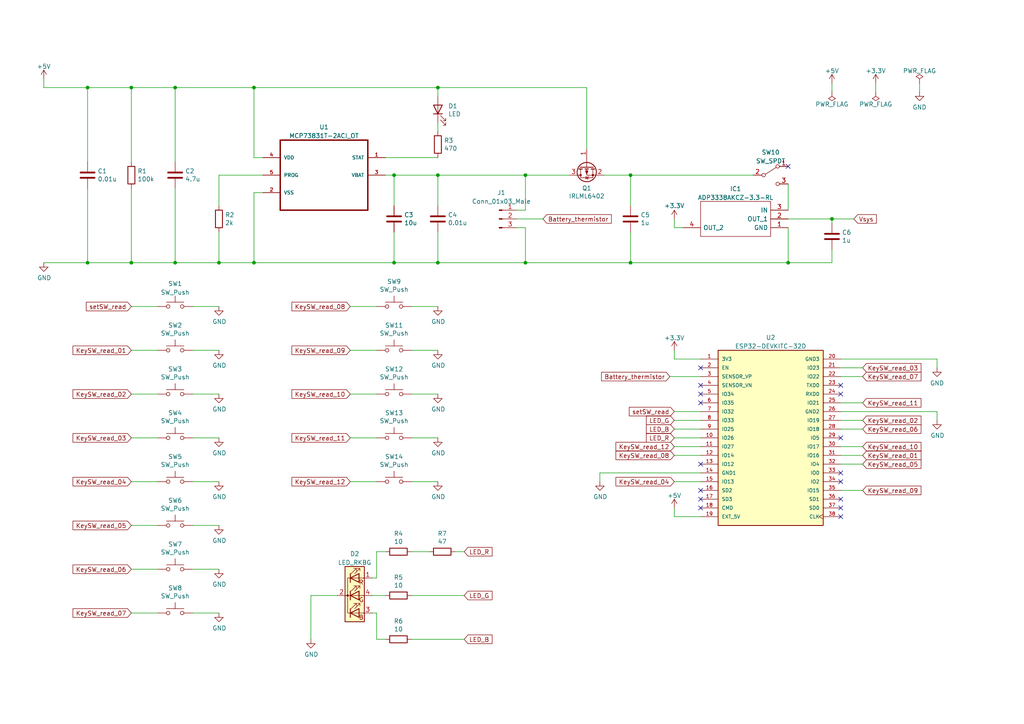
<source format=kicad_sch>
(kicad_sch (version 20211123) (generator eeschema)

  (uuid 16ee34d1-edff-48e4-ad88-9458bb3537c9)

  (paper "A4")

  (lib_symbols
    (symbol "Connector:Conn_01x03_Male" (pin_names (offset 1.016) hide) (in_bom yes) (on_board yes)
      (property "Reference" "J" (id 0) (at 0 5.08 0)
        (effects (font (size 1.27 1.27)))
      )
      (property "Value" "Conn_01x03_Male" (id 1) (at 0 -5.08 0)
        (effects (font (size 1.27 1.27)))
      )
      (property "Footprint" "" (id 2) (at 0 0 0)
        (effects (font (size 1.27 1.27)) hide)
      )
      (property "Datasheet" "~" (id 3) (at 0 0 0)
        (effects (font (size 1.27 1.27)) hide)
      )
      (property "ki_keywords" "connector" (id 4) (at 0 0 0)
        (effects (font (size 1.27 1.27)) hide)
      )
      (property "ki_description" "Generic connector, single row, 01x03, script generated (kicad-library-utils/schlib/autogen/connector/)" (id 5) (at 0 0 0)
        (effects (font (size 1.27 1.27)) hide)
      )
      (property "ki_fp_filters" "Connector*:*_1x??_*" (id 6) (at 0 0 0)
        (effects (font (size 1.27 1.27)) hide)
      )
      (symbol "Conn_01x03_Male_1_1"
        (polyline
          (pts
            (xy 1.27 -2.54)
            (xy 0.8636 -2.54)
          )
          (stroke (width 0.1524) (type default) (color 0 0 0 0))
          (fill (type none))
        )
        (polyline
          (pts
            (xy 1.27 0)
            (xy 0.8636 0)
          )
          (stroke (width 0.1524) (type default) (color 0 0 0 0))
          (fill (type none))
        )
        (polyline
          (pts
            (xy 1.27 2.54)
            (xy 0.8636 2.54)
          )
          (stroke (width 0.1524) (type default) (color 0 0 0 0))
          (fill (type none))
        )
        (rectangle (start 0.8636 -2.413) (end 0 -2.667)
          (stroke (width 0.1524) (type default) (color 0 0 0 0))
          (fill (type outline))
        )
        (rectangle (start 0.8636 0.127) (end 0 -0.127)
          (stroke (width 0.1524) (type default) (color 0 0 0 0))
          (fill (type outline))
        )
        (rectangle (start 0.8636 2.667) (end 0 2.413)
          (stroke (width 0.1524) (type default) (color 0 0 0 0))
          (fill (type outline))
        )
        (pin passive line (at 5.08 2.54 180) (length 3.81)
          (name "Pin_1" (effects (font (size 1.27 1.27))))
          (number "1" (effects (font (size 1.27 1.27))))
        )
        (pin passive line (at 5.08 0 180) (length 3.81)
          (name "Pin_2" (effects (font (size 1.27 1.27))))
          (number "2" (effects (font (size 1.27 1.27))))
        )
        (pin passive line (at 5.08 -2.54 180) (length 3.81)
          (name "Pin_3" (effects (font (size 1.27 1.27))))
          (number "3" (effects (font (size 1.27 1.27))))
        )
      )
    )
    (symbol "Device:C" (pin_numbers hide) (pin_names (offset 0.254)) (in_bom yes) (on_board yes)
      (property "Reference" "C" (id 0) (at 0.635 2.54 0)
        (effects (font (size 1.27 1.27)) (justify left))
      )
      (property "Value" "C" (id 1) (at 0.635 -2.54 0)
        (effects (font (size 1.27 1.27)) (justify left))
      )
      (property "Footprint" "" (id 2) (at 0.9652 -3.81 0)
        (effects (font (size 1.27 1.27)) hide)
      )
      (property "Datasheet" "~" (id 3) (at 0 0 0)
        (effects (font (size 1.27 1.27)) hide)
      )
      (property "ki_keywords" "cap capacitor" (id 4) (at 0 0 0)
        (effects (font (size 1.27 1.27)) hide)
      )
      (property "ki_description" "Unpolarized capacitor" (id 5) (at 0 0 0)
        (effects (font (size 1.27 1.27)) hide)
      )
      (property "ki_fp_filters" "C_*" (id 6) (at 0 0 0)
        (effects (font (size 1.27 1.27)) hide)
      )
      (symbol "C_0_1"
        (polyline
          (pts
            (xy -2.032 -0.762)
            (xy 2.032 -0.762)
          )
          (stroke (width 0.508) (type default) (color 0 0 0 0))
          (fill (type none))
        )
        (polyline
          (pts
            (xy -2.032 0.762)
            (xy 2.032 0.762)
          )
          (stroke (width 0.508) (type default) (color 0 0 0 0))
          (fill (type none))
        )
      )
      (symbol "C_1_1"
        (pin passive line (at 0 3.81 270) (length 2.794)
          (name "~" (effects (font (size 1.27 1.27))))
          (number "1" (effects (font (size 1.27 1.27))))
        )
        (pin passive line (at 0 -3.81 90) (length 2.794)
          (name "~" (effects (font (size 1.27 1.27))))
          (number "2" (effects (font (size 1.27 1.27))))
        )
      )
    )
    (symbol "Device:LED" (pin_numbers hide) (pin_names (offset 1.016) hide) (in_bom yes) (on_board yes)
      (property "Reference" "D" (id 0) (at 0 2.54 0)
        (effects (font (size 1.27 1.27)))
      )
      (property "Value" "LED" (id 1) (at 0 -2.54 0)
        (effects (font (size 1.27 1.27)))
      )
      (property "Footprint" "" (id 2) (at 0 0 0)
        (effects (font (size 1.27 1.27)) hide)
      )
      (property "Datasheet" "~" (id 3) (at 0 0 0)
        (effects (font (size 1.27 1.27)) hide)
      )
      (property "ki_keywords" "LED diode" (id 4) (at 0 0 0)
        (effects (font (size 1.27 1.27)) hide)
      )
      (property "ki_description" "Light emitting diode" (id 5) (at 0 0 0)
        (effects (font (size 1.27 1.27)) hide)
      )
      (property "ki_fp_filters" "LED* LED_SMD:* LED_THT:*" (id 6) (at 0 0 0)
        (effects (font (size 1.27 1.27)) hide)
      )
      (symbol "LED_0_1"
        (polyline
          (pts
            (xy -1.27 -1.27)
            (xy -1.27 1.27)
          )
          (stroke (width 0.254) (type default) (color 0 0 0 0))
          (fill (type none))
        )
        (polyline
          (pts
            (xy -1.27 0)
            (xy 1.27 0)
          )
          (stroke (width 0) (type default) (color 0 0 0 0))
          (fill (type none))
        )
        (polyline
          (pts
            (xy 1.27 -1.27)
            (xy 1.27 1.27)
            (xy -1.27 0)
            (xy 1.27 -1.27)
          )
          (stroke (width 0.254) (type default) (color 0 0 0 0))
          (fill (type none))
        )
        (polyline
          (pts
            (xy -3.048 -0.762)
            (xy -4.572 -2.286)
            (xy -3.81 -2.286)
            (xy -4.572 -2.286)
            (xy -4.572 -1.524)
          )
          (stroke (width 0) (type default) (color 0 0 0 0))
          (fill (type none))
        )
        (polyline
          (pts
            (xy -1.778 -0.762)
            (xy -3.302 -2.286)
            (xy -2.54 -2.286)
            (xy -3.302 -2.286)
            (xy -3.302 -1.524)
          )
          (stroke (width 0) (type default) (color 0 0 0 0))
          (fill (type none))
        )
      )
      (symbol "LED_1_1"
        (pin passive line (at -3.81 0 0) (length 2.54)
          (name "K" (effects (font (size 1.27 1.27))))
          (number "1" (effects (font (size 1.27 1.27))))
        )
        (pin passive line (at 3.81 0 180) (length 2.54)
          (name "A" (effects (font (size 1.27 1.27))))
          (number "2" (effects (font (size 1.27 1.27))))
        )
      )
    )
    (symbol "Device:LED_RKBG" (pin_names (offset 0) hide) (in_bom yes) (on_board yes)
      (property "Reference" "D" (id 0) (at 0 9.398 0)
        (effects (font (size 1.27 1.27)))
      )
      (property "Value" "LED_RKBG" (id 1) (at 0 -8.89 0)
        (effects (font (size 1.27 1.27)))
      )
      (property "Footprint" "" (id 2) (at 0 -1.27 0)
        (effects (font (size 1.27 1.27)) hide)
      )
      (property "Datasheet" "~" (id 3) (at 0 -1.27 0)
        (effects (font (size 1.27 1.27)) hide)
      )
      (property "ki_keywords" "LED RGB diode" (id 4) (at 0 0 0)
        (effects (font (size 1.27 1.27)) hide)
      )
      (property "ki_description" "RGB LED, red/cathode/blue/green" (id 5) (at 0 0 0)
        (effects (font (size 1.27 1.27)) hide)
      )
      (property "ki_fp_filters" "LED* LED_SMD:* LED_THT:*" (id 6) (at 0 0 0)
        (effects (font (size 1.27 1.27)) hide)
      )
      (symbol "LED_RKBG_0_0"
        (text "B" (at 1.905 -6.35 0)
          (effects (font (size 1.27 1.27)))
        )
        (text "G" (at 1.905 -1.27 0)
          (effects (font (size 1.27 1.27)))
        )
        (text "R" (at 1.905 3.81 0)
          (effects (font (size 1.27 1.27)))
        )
      )
      (symbol "LED_RKBG_0_1"
        (circle (center -2.032 0) (radius 0.254)
          (stroke (width 0) (type default) (color 0 0 0 0))
          (fill (type outline))
        )
        (polyline
          (pts
            (xy -1.27 -5.08)
            (xy 1.27 -5.08)
          )
          (stroke (width 0) (type default) (color 0 0 0 0))
          (fill (type none))
        )
        (polyline
          (pts
            (xy -1.27 -3.81)
            (xy -1.27 -6.35)
          )
          (stroke (width 0.254) (type default) (color 0 0 0 0))
          (fill (type none))
        )
        (polyline
          (pts
            (xy -1.27 0)
            (xy -2.54 0)
          )
          (stroke (width 0) (type default) (color 0 0 0 0))
          (fill (type none))
        )
        (polyline
          (pts
            (xy -1.27 1.27)
            (xy -1.27 -1.27)
          )
          (stroke (width 0.254) (type default) (color 0 0 0 0))
          (fill (type none))
        )
        (polyline
          (pts
            (xy -1.27 5.08)
            (xy 1.27 5.08)
          )
          (stroke (width 0) (type default) (color 0 0 0 0))
          (fill (type none))
        )
        (polyline
          (pts
            (xy -1.27 6.35)
            (xy -1.27 3.81)
          )
          (stroke (width 0.254) (type default) (color 0 0 0 0))
          (fill (type none))
        )
        (polyline
          (pts
            (xy 1.27 -5.08)
            (xy 2.54 -5.08)
          )
          (stroke (width 0) (type default) (color 0 0 0 0))
          (fill (type none))
        )
        (polyline
          (pts
            (xy 1.27 0)
            (xy -1.27 0)
          )
          (stroke (width 0) (type default) (color 0 0 0 0))
          (fill (type none))
        )
        (polyline
          (pts
            (xy 1.27 0)
            (xy 2.54 0)
          )
          (stroke (width 0) (type default) (color 0 0 0 0))
          (fill (type none))
        )
        (polyline
          (pts
            (xy 1.27 5.08)
            (xy 2.54 5.08)
          )
          (stroke (width 0) (type default) (color 0 0 0 0))
          (fill (type none))
        )
        (polyline
          (pts
            (xy -1.27 1.27)
            (xy -1.27 -1.27)
            (xy -1.27 -1.27)
          )
          (stroke (width 0) (type default) (color 0 0 0 0))
          (fill (type none))
        )
        (polyline
          (pts
            (xy -1.27 6.35)
            (xy -1.27 3.81)
            (xy -1.27 3.81)
          )
          (stroke (width 0) (type default) (color 0 0 0 0))
          (fill (type none))
        )
        (polyline
          (pts
            (xy -1.27 5.08)
            (xy -2.032 5.08)
            (xy -2.032 -5.08)
            (xy -1.016 -5.08)
          )
          (stroke (width 0) (type default) (color 0 0 0 0))
          (fill (type none))
        )
        (polyline
          (pts
            (xy 1.27 -3.81)
            (xy 1.27 -6.35)
            (xy -1.27 -5.08)
            (xy 1.27 -3.81)
          )
          (stroke (width 0.254) (type default) (color 0 0 0 0))
          (fill (type none))
        )
        (polyline
          (pts
            (xy 1.27 1.27)
            (xy 1.27 -1.27)
            (xy -1.27 0)
            (xy 1.27 1.27)
          )
          (stroke (width 0.254) (type default) (color 0 0 0 0))
          (fill (type none))
        )
        (polyline
          (pts
            (xy 1.27 6.35)
            (xy 1.27 3.81)
            (xy -1.27 5.08)
            (xy 1.27 6.35)
          )
          (stroke (width 0.254) (type default) (color 0 0 0 0))
          (fill (type none))
        )
        (polyline
          (pts
            (xy -1.016 -3.81)
            (xy 0.508 -2.286)
            (xy -0.254 -2.286)
            (xy 0.508 -2.286)
            (xy 0.508 -3.048)
          )
          (stroke (width 0) (type default) (color 0 0 0 0))
          (fill (type none))
        )
        (polyline
          (pts
            (xy -1.016 1.27)
            (xy 0.508 2.794)
            (xy -0.254 2.794)
            (xy 0.508 2.794)
            (xy 0.508 2.032)
          )
          (stroke (width 0) (type default) (color 0 0 0 0))
          (fill (type none))
        )
        (polyline
          (pts
            (xy -1.016 6.35)
            (xy 0.508 7.874)
            (xy -0.254 7.874)
            (xy 0.508 7.874)
            (xy 0.508 7.112)
          )
          (stroke (width 0) (type default) (color 0 0 0 0))
          (fill (type none))
        )
        (polyline
          (pts
            (xy 0 -3.81)
            (xy 1.524 -2.286)
            (xy 0.762 -2.286)
            (xy 1.524 -2.286)
            (xy 1.524 -3.048)
          )
          (stroke (width 0) (type default) (color 0 0 0 0))
          (fill (type none))
        )
        (polyline
          (pts
            (xy 0 1.27)
            (xy 1.524 2.794)
            (xy 0.762 2.794)
            (xy 1.524 2.794)
            (xy 1.524 2.032)
          )
          (stroke (width 0) (type default) (color 0 0 0 0))
          (fill (type none))
        )
        (polyline
          (pts
            (xy 0 6.35)
            (xy 1.524 7.874)
            (xy 0.762 7.874)
            (xy 1.524 7.874)
            (xy 1.524 7.112)
          )
          (stroke (width 0) (type default) (color 0 0 0 0))
          (fill (type none))
        )
        (rectangle (start 1.27 -1.27) (end 1.27 1.27)
          (stroke (width 0) (type default) (color 0 0 0 0))
          (fill (type none))
        )
        (rectangle (start 1.27 1.27) (end 1.27 1.27)
          (stroke (width 0) (type default) (color 0 0 0 0))
          (fill (type none))
        )
        (rectangle (start 1.27 3.81) (end 1.27 6.35)
          (stroke (width 0) (type default) (color 0 0 0 0))
          (fill (type none))
        )
        (rectangle (start 1.27 6.35) (end 1.27 6.35)
          (stroke (width 0) (type default) (color 0 0 0 0))
          (fill (type none))
        )
        (rectangle (start 2.794 8.382) (end -2.794 -7.62)
          (stroke (width 0.254) (type default) (color 0 0 0 0))
          (fill (type background))
        )
      )
      (symbol "LED_RKBG_1_1"
        (pin passive line (at 5.08 5.08 180) (length 2.54)
          (name "RA" (effects (font (size 1.27 1.27))))
          (number "1" (effects (font (size 1.27 1.27))))
        )
        (pin passive line (at -5.08 0 0) (length 2.54)
          (name "K" (effects (font (size 1.27 1.27))))
          (number "2" (effects (font (size 1.27 1.27))))
        )
        (pin passive line (at 5.08 -5.08 180) (length 2.54)
          (name "BA" (effects (font (size 1.27 1.27))))
          (number "3" (effects (font (size 1.27 1.27))))
        )
        (pin passive line (at 5.08 0 180) (length 2.54)
          (name "GA" (effects (font (size 1.27 1.27))))
          (number "4" (effects (font (size 1.27 1.27))))
        )
      )
    )
    (symbol "Device:R" (pin_numbers hide) (pin_names (offset 0)) (in_bom yes) (on_board yes)
      (property "Reference" "R" (id 0) (at 2.032 0 90)
        (effects (font (size 1.27 1.27)))
      )
      (property "Value" "R" (id 1) (at 0 0 90)
        (effects (font (size 1.27 1.27)))
      )
      (property "Footprint" "" (id 2) (at -1.778 0 90)
        (effects (font (size 1.27 1.27)) hide)
      )
      (property "Datasheet" "~" (id 3) (at 0 0 0)
        (effects (font (size 1.27 1.27)) hide)
      )
      (property "ki_keywords" "R res resistor" (id 4) (at 0 0 0)
        (effects (font (size 1.27 1.27)) hide)
      )
      (property "ki_description" "Resistor" (id 5) (at 0 0 0)
        (effects (font (size 1.27 1.27)) hide)
      )
      (property "ki_fp_filters" "R_*" (id 6) (at 0 0 0)
        (effects (font (size 1.27 1.27)) hide)
      )
      (symbol "R_0_1"
        (rectangle (start -1.016 -2.54) (end 1.016 2.54)
          (stroke (width 0.254) (type default) (color 0 0 0 0))
          (fill (type none))
        )
      )
      (symbol "R_1_1"
        (pin passive line (at 0 3.81 270) (length 1.27)
          (name "~" (effects (font (size 1.27 1.27))))
          (number "1" (effects (font (size 1.27 1.27))))
        )
        (pin passive line (at 0 -3.81 90) (length 1.27)
          (name "~" (effects (font (size 1.27 1.27))))
          (number "2" (effects (font (size 1.27 1.27))))
        )
      )
    )
    (symbol "ESP32-DEVKITC-32D:ESP32-DEVKITC-32D" (pin_names (offset 1.016)) (in_bom yes) (on_board yes)
      (property "Reference" "U" (id 0) (at -15.2654 26.0604 0)
        (effects (font (size 1.27 1.27)) (justify left bottom))
      )
      (property "Value" "ESP32-DEVKITC-32D" (id 1) (at -15.2654 -27.9654 0)
        (effects (font (size 1.27 1.27)) (justify left bottom))
      )
      (property "Footprint" "MODULE_ESP32-DEVKITC-32D" (id 2) (at 0 0 0)
        (effects (font (size 1.27 1.27)) (justify left bottom) hide)
      )
      (property "Datasheet" "" (id 3) (at 0 0 0)
        (effects (font (size 1.27 1.27)) (justify left bottom) hide)
      )
      (property "MANUFACTURER" "Espressif Systems" (id 4) (at 0 0 0)
        (effects (font (size 1.27 1.27)) (justify left bottom) hide)
      )
      (property "PARTREV" "4" (id 5) (at 0 0 0)
        (effects (font (size 1.27 1.27)) (justify left bottom) hide)
      )
      (property "ki_locked" "" (id 6) (at 0 0 0)
        (effects (font (size 1.27 1.27)))
      )
      (symbol "ESP32-DEVKITC-32D_0_0"
        (rectangle (start -15.24 -25.4) (end 15.24 25.4)
          (stroke (width 0.254) (type default) (color 0 0 0 0))
          (fill (type background))
        )
        (pin power_in line (at -20.32 22.86 0) (length 5.08)
          (name "3V3" (effects (font (size 1.016 1.016))))
          (number "1" (effects (font (size 1.016 1.016))))
        )
        (pin bidirectional line (at -20.32 0 0) (length 5.08)
          (name "IO26" (effects (font (size 1.016 1.016))))
          (number "10" (effects (font (size 1.016 1.016))))
        )
        (pin bidirectional line (at -20.32 -2.54 0) (length 5.08)
          (name "IO27" (effects (font (size 1.016 1.016))))
          (number "11" (effects (font (size 1.016 1.016))))
        )
        (pin bidirectional line (at -20.32 -5.08 0) (length 5.08)
          (name "IO14" (effects (font (size 1.016 1.016))))
          (number "12" (effects (font (size 1.016 1.016))))
        )
        (pin bidirectional line (at -20.32 -7.62 0) (length 5.08)
          (name "IO12" (effects (font (size 1.016 1.016))))
          (number "13" (effects (font (size 1.016 1.016))))
        )
        (pin power_in line (at -20.32 -10.16 0) (length 5.08)
          (name "GND1" (effects (font (size 1.016 1.016))))
          (number "14" (effects (font (size 1.016 1.016))))
        )
        (pin bidirectional line (at -20.32 -12.7 0) (length 5.08)
          (name "IO13" (effects (font (size 1.016 1.016))))
          (number "15" (effects (font (size 1.016 1.016))))
        )
        (pin bidirectional line (at -20.32 -15.24 0) (length 5.08)
          (name "SD2" (effects (font (size 1.016 1.016))))
          (number "16" (effects (font (size 1.016 1.016))))
        )
        (pin bidirectional line (at -20.32 -17.78 0) (length 5.08)
          (name "SD3" (effects (font (size 1.016 1.016))))
          (number "17" (effects (font (size 1.016 1.016))))
        )
        (pin bidirectional line (at -20.32 -20.32 0) (length 5.08)
          (name "CMD" (effects (font (size 1.016 1.016))))
          (number "18" (effects (font (size 1.016 1.016))))
        )
        (pin power_in line (at -20.32 -22.86 0) (length 5.08)
          (name "EXT_5V" (effects (font (size 1.016 1.016))))
          (number "19" (effects (font (size 1.016 1.016))))
        )
        (pin input line (at -20.32 20.32 0) (length 5.08)
          (name "EN" (effects (font (size 1.016 1.016))))
          (number "2" (effects (font (size 1.016 1.016))))
        )
        (pin power_in line (at 20.32 22.86 180) (length 5.08)
          (name "GND3" (effects (font (size 1.016 1.016))))
          (number "20" (effects (font (size 1.016 1.016))))
        )
        (pin bidirectional line (at 20.32 20.32 180) (length 5.08)
          (name "IO23" (effects (font (size 1.016 1.016))))
          (number "21" (effects (font (size 1.016 1.016))))
        )
        (pin bidirectional line (at 20.32 17.78 180) (length 5.08)
          (name "IO22" (effects (font (size 1.016 1.016))))
          (number "22" (effects (font (size 1.016 1.016))))
        )
        (pin output line (at 20.32 15.24 180) (length 5.08)
          (name "TXD0" (effects (font (size 1.016 1.016))))
          (number "23" (effects (font (size 1.016 1.016))))
        )
        (pin input line (at 20.32 12.7 180) (length 5.08)
          (name "RXD0" (effects (font (size 1.016 1.016))))
          (number "24" (effects (font (size 1.016 1.016))))
        )
        (pin bidirectional line (at 20.32 10.16 180) (length 5.08)
          (name "IO21" (effects (font (size 1.016 1.016))))
          (number "25" (effects (font (size 1.016 1.016))))
        )
        (pin power_in line (at 20.32 7.62 180) (length 5.08)
          (name "GND2" (effects (font (size 1.016 1.016))))
          (number "26" (effects (font (size 1.016 1.016))))
        )
        (pin bidirectional line (at 20.32 5.08 180) (length 5.08)
          (name "IO19" (effects (font (size 1.016 1.016))))
          (number "27" (effects (font (size 1.016 1.016))))
        )
        (pin bidirectional line (at 20.32 2.54 180) (length 5.08)
          (name "IO18" (effects (font (size 1.016 1.016))))
          (number "28" (effects (font (size 1.016 1.016))))
        )
        (pin bidirectional line (at 20.32 0 180) (length 5.08)
          (name "IO5" (effects (font (size 1.016 1.016))))
          (number "29" (effects (font (size 1.016 1.016))))
        )
        (pin input line (at -20.32 17.78 0) (length 5.08)
          (name "SENSOR_VP" (effects (font (size 1.016 1.016))))
          (number "3" (effects (font (size 1.016 1.016))))
        )
        (pin bidirectional line (at 20.32 -2.54 180) (length 5.08)
          (name "IO17" (effects (font (size 1.016 1.016))))
          (number "30" (effects (font (size 1.016 1.016))))
        )
        (pin bidirectional line (at 20.32 -5.08 180) (length 5.08)
          (name "IO16" (effects (font (size 1.016 1.016))))
          (number "31" (effects (font (size 1.016 1.016))))
        )
        (pin bidirectional line (at 20.32 -7.62 180) (length 5.08)
          (name "IO4" (effects (font (size 1.016 1.016))))
          (number "32" (effects (font (size 1.016 1.016))))
        )
        (pin bidirectional line (at 20.32 -10.16 180) (length 5.08)
          (name "IO0" (effects (font (size 1.016 1.016))))
          (number "33" (effects (font (size 1.016 1.016))))
        )
        (pin bidirectional line (at 20.32 -12.7 180) (length 5.08)
          (name "IO2" (effects (font (size 1.016 1.016))))
          (number "34" (effects (font (size 1.016 1.016))))
        )
        (pin bidirectional line (at 20.32 -15.24 180) (length 5.08)
          (name "IO15" (effects (font (size 1.016 1.016))))
          (number "35" (effects (font (size 1.016 1.016))))
        )
        (pin bidirectional line (at 20.32 -17.78 180) (length 5.08)
          (name "SD1" (effects (font (size 1.016 1.016))))
          (number "36" (effects (font (size 1.016 1.016))))
        )
        (pin bidirectional line (at 20.32 -20.32 180) (length 5.08)
          (name "SD0" (effects (font (size 1.016 1.016))))
          (number "37" (effects (font (size 1.016 1.016))))
        )
        (pin input clock (at 20.32 -22.86 180) (length 5.08)
          (name "CLK" (effects (font (size 1.016 1.016))))
          (number "38" (effects (font (size 1.016 1.016))))
        )
        (pin input line (at -20.32 15.24 0) (length 5.08)
          (name "SENSOR_VN" (effects (font (size 1.016 1.016))))
          (number "4" (effects (font (size 1.016 1.016))))
        )
        (pin bidirectional line (at -20.32 12.7 0) (length 5.08)
          (name "IO34" (effects (font (size 1.016 1.016))))
          (number "5" (effects (font (size 1.016 1.016))))
        )
        (pin bidirectional line (at -20.32 10.16 0) (length 5.08)
          (name "IO35" (effects (font (size 1.016 1.016))))
          (number "6" (effects (font (size 1.016 1.016))))
        )
        (pin bidirectional line (at -20.32 7.62 0) (length 5.08)
          (name "IO32" (effects (font (size 1.016 1.016))))
          (number "7" (effects (font (size 1.016 1.016))))
        )
        (pin bidirectional line (at -20.32 5.08 0) (length 5.08)
          (name "IO33" (effects (font (size 1.016 1.016))))
          (number "8" (effects (font (size 1.016 1.016))))
        )
        (pin bidirectional line (at -20.32 2.54 0) (length 5.08)
          (name "IO25" (effects (font (size 1.016 1.016))))
          (number "9" (effects (font (size 1.016 1.016))))
        )
      )
    )
    (symbol "Switch:SW_Push" (pin_numbers hide) (pin_names (offset 1.016) hide) (in_bom yes) (on_board yes)
      (property "Reference" "SW" (id 0) (at 1.27 2.54 0)
        (effects (font (size 1.27 1.27)) (justify left))
      )
      (property "Value" "SW_Push" (id 1) (at 0 -1.524 0)
        (effects (font (size 1.27 1.27)))
      )
      (property "Footprint" "" (id 2) (at 0 5.08 0)
        (effects (font (size 1.27 1.27)) hide)
      )
      (property "Datasheet" "~" (id 3) (at 0 5.08 0)
        (effects (font (size 1.27 1.27)) hide)
      )
      (property "ki_keywords" "switch normally-open pushbutton push-button" (id 4) (at 0 0 0)
        (effects (font (size 1.27 1.27)) hide)
      )
      (property "ki_description" "Push button switch, generic, two pins" (id 5) (at 0 0 0)
        (effects (font (size 1.27 1.27)) hide)
      )
      (symbol "SW_Push_0_1"
        (circle (center -2.032 0) (radius 0.508)
          (stroke (width 0) (type default) (color 0 0 0 0))
          (fill (type none))
        )
        (polyline
          (pts
            (xy 0 1.27)
            (xy 0 3.048)
          )
          (stroke (width 0) (type default) (color 0 0 0 0))
          (fill (type none))
        )
        (polyline
          (pts
            (xy 2.54 1.27)
            (xy -2.54 1.27)
          )
          (stroke (width 0) (type default) (color 0 0 0 0))
          (fill (type none))
        )
        (circle (center 2.032 0) (radius 0.508)
          (stroke (width 0) (type default) (color 0 0 0 0))
          (fill (type none))
        )
        (pin passive line (at -5.08 0 0) (length 2.54)
          (name "1" (effects (font (size 1.27 1.27))))
          (number "1" (effects (font (size 1.27 1.27))))
        )
        (pin passive line (at 5.08 0 180) (length 2.54)
          (name "2" (effects (font (size 1.27 1.27))))
          (number "2" (effects (font (size 1.27 1.27))))
        )
      )
    )
    (symbol "Switch:SW_SPDT" (pin_names (offset 0) hide) (in_bom yes) (on_board yes)
      (property "Reference" "SW" (id 0) (at 0 4.318 0)
        (effects (font (size 1.27 1.27)))
      )
      (property "Value" "SW_SPDT" (id 1) (at 0 -5.08 0)
        (effects (font (size 1.27 1.27)))
      )
      (property "Footprint" "" (id 2) (at 0 0 0)
        (effects (font (size 1.27 1.27)) hide)
      )
      (property "Datasheet" "~" (id 3) (at 0 0 0)
        (effects (font (size 1.27 1.27)) hide)
      )
      (property "ki_keywords" "switch single-pole double-throw spdt ON-ON" (id 4) (at 0 0 0)
        (effects (font (size 1.27 1.27)) hide)
      )
      (property "ki_description" "Switch, single pole double throw" (id 5) (at 0 0 0)
        (effects (font (size 1.27 1.27)) hide)
      )
      (symbol "SW_SPDT_0_0"
        (circle (center -2.032 0) (radius 0.508)
          (stroke (width 0) (type default) (color 0 0 0 0))
          (fill (type none))
        )
        (circle (center 2.032 -2.54) (radius 0.508)
          (stroke (width 0) (type default) (color 0 0 0 0))
          (fill (type none))
        )
      )
      (symbol "SW_SPDT_0_1"
        (polyline
          (pts
            (xy -1.524 0.254)
            (xy 1.651 2.286)
          )
          (stroke (width 0) (type default) (color 0 0 0 0))
          (fill (type none))
        )
        (circle (center 2.032 2.54) (radius 0.508)
          (stroke (width 0) (type default) (color 0 0 0 0))
          (fill (type none))
        )
      )
      (symbol "SW_SPDT_1_1"
        (pin passive line (at 5.08 2.54 180) (length 2.54)
          (name "A" (effects (font (size 1.27 1.27))))
          (number "1" (effects (font (size 1.27 1.27))))
        )
        (pin passive line (at -5.08 0 0) (length 2.54)
          (name "B" (effects (font (size 1.27 1.27))))
          (number "2" (effects (font (size 1.27 1.27))))
        )
        (pin passive line (at 5.08 -2.54 180) (length 2.54)
          (name "C" (effects (font (size 1.27 1.27))))
          (number "3" (effects (font (size 1.27 1.27))))
        )
      )
    )
    (symbol "Transistor_FET:IRLML6402" (pin_names hide) (in_bom yes) (on_board yes)
      (property "Reference" "Q" (id 0) (at 5.08 1.905 0)
        (effects (font (size 1.27 1.27)) (justify left))
      )
      (property "Value" "IRLML6402" (id 1) (at 5.08 0 0)
        (effects (font (size 1.27 1.27)) (justify left))
      )
      (property "Footprint" "Package_TO_SOT_SMD:SOT-23" (id 2) (at 5.08 -1.905 0)
        (effects (font (size 1.27 1.27) italic) (justify left) hide)
      )
      (property "Datasheet" "https://www.infineon.com/dgdl/irlml6402pbf.pdf?fileId=5546d462533600a401535668d5c2263c" (id 3) (at 0 0 0)
        (effects (font (size 1.27 1.27)) (justify left) hide)
      )
      (property "ki_keywords" "P-Channel HEXFET MOSFET" (id 4) (at 0 0 0)
        (effects (font (size 1.27 1.27)) hide)
      )
      (property "ki_description" "-3.7A Id, -20V Vds, 65mOhm Rds, P-Channel HEXFET Power MOSFET, SOT-23" (id 5) (at 0 0 0)
        (effects (font (size 1.27 1.27)) hide)
      )
      (property "ki_fp_filters" "SOT?23*" (id 6) (at 0 0 0)
        (effects (font (size 1.27 1.27)) hide)
      )
      (symbol "IRLML6402_0_1"
        (polyline
          (pts
            (xy 0.254 0)
            (xy -2.54 0)
          )
          (stroke (width 0) (type default) (color 0 0 0 0))
          (fill (type none))
        )
        (polyline
          (pts
            (xy 0.254 1.905)
            (xy 0.254 -1.905)
          )
          (stroke (width 0.254) (type default) (color 0 0 0 0))
          (fill (type none))
        )
        (polyline
          (pts
            (xy 0.762 -1.27)
            (xy 0.762 -2.286)
          )
          (stroke (width 0.254) (type default) (color 0 0 0 0))
          (fill (type none))
        )
        (polyline
          (pts
            (xy 0.762 0.508)
            (xy 0.762 -0.508)
          )
          (stroke (width 0.254) (type default) (color 0 0 0 0))
          (fill (type none))
        )
        (polyline
          (pts
            (xy 0.762 2.286)
            (xy 0.762 1.27)
          )
          (stroke (width 0.254) (type default) (color 0 0 0 0))
          (fill (type none))
        )
        (polyline
          (pts
            (xy 2.54 2.54)
            (xy 2.54 1.778)
          )
          (stroke (width 0) (type default) (color 0 0 0 0))
          (fill (type none))
        )
        (polyline
          (pts
            (xy 2.54 -2.54)
            (xy 2.54 0)
            (xy 0.762 0)
          )
          (stroke (width 0) (type default) (color 0 0 0 0))
          (fill (type none))
        )
        (polyline
          (pts
            (xy 0.762 1.778)
            (xy 3.302 1.778)
            (xy 3.302 -1.778)
            (xy 0.762 -1.778)
          )
          (stroke (width 0) (type default) (color 0 0 0 0))
          (fill (type none))
        )
        (polyline
          (pts
            (xy 2.286 0)
            (xy 1.27 0.381)
            (xy 1.27 -0.381)
            (xy 2.286 0)
          )
          (stroke (width 0) (type default) (color 0 0 0 0))
          (fill (type outline))
        )
        (polyline
          (pts
            (xy 2.794 -0.508)
            (xy 2.921 -0.381)
            (xy 3.683 -0.381)
            (xy 3.81 -0.254)
          )
          (stroke (width 0) (type default) (color 0 0 0 0))
          (fill (type none))
        )
        (polyline
          (pts
            (xy 3.302 -0.381)
            (xy 2.921 0.254)
            (xy 3.683 0.254)
            (xy 3.302 -0.381)
          )
          (stroke (width 0) (type default) (color 0 0 0 0))
          (fill (type none))
        )
        (circle (center 1.651 0) (radius 2.794)
          (stroke (width 0.254) (type default) (color 0 0 0 0))
          (fill (type none))
        )
        (circle (center 2.54 -1.778) (radius 0.254)
          (stroke (width 0) (type default) (color 0 0 0 0))
          (fill (type outline))
        )
        (circle (center 2.54 1.778) (radius 0.254)
          (stroke (width 0) (type default) (color 0 0 0 0))
          (fill (type outline))
        )
      )
      (symbol "IRLML6402_1_1"
        (pin input line (at -5.08 0 0) (length 2.54)
          (name "G" (effects (font (size 1.27 1.27))))
          (number "1" (effects (font (size 1.27 1.27))))
        )
        (pin passive line (at 2.54 -5.08 90) (length 2.54)
          (name "S" (effects (font (size 1.27 1.27))))
          (number "2" (effects (font (size 1.27 1.27))))
        )
        (pin passive line (at 2.54 5.08 270) (length 2.54)
          (name "D" (effects (font (size 1.27 1.27))))
          (number "3" (effects (font (size 1.27 1.27))))
        )
      )
    )
    (symbol "ble_keyboard:ADP3338AKCZ-3.3-RL" (pin_names (offset 0.762)) (in_bom yes) (on_board yes)
      (property "Reference" "IC" (id 0) (at 26.67 7.62 0)
        (effects (font (size 1.27 1.27)) (justify left))
      )
      (property "Value" "ADP3338AKCZ-3.3-RL" (id 1) (at 26.67 5.08 0)
        (effects (font (size 1.27 1.27)) (justify left))
      )
      (property "Footprint" "SOT230P700X180-4N" (id 2) (at 26.67 2.54 0)
        (effects (font (size 1.27 1.27)) (justify left) hide)
      )
      (property "Datasheet" "http://www.analog.com/media/en/technical-documentation/data-sheets/ADP3338.pdf" (id 3) (at 26.67 0 0)
        (effects (font (size 1.27 1.27)) (justify left) hide)
      )
      (property "Description" "LDO Voltage Regulator anyCAP 1A SOT223-3 Analog Devices ADP3338AKCZ-3.3-RL, LDO Voltage Regulator, 1.6A, 3.3 V +/-0.8%, 2.7  8 Vin, 3 + Tab-Pin SOT-223" (id 4) (at 26.67 -2.54 0)
        (effects (font (size 1.27 1.27)) (justify left) hide)
      )
      (property "Height" "1.8" (id 5) (at 26.67 -5.08 0)
        (effects (font (size 1.27 1.27)) (justify left) hide)
      )
      (property "Mouser Part Number" "584-ADP3338AKCZ3.3R" (id 6) (at 26.67 -7.62 0)
        (effects (font (size 1.27 1.27)) (justify left) hide)
      )
      (property "Mouser Price/Stock" "https://www.mouser.co.uk/ProductDetail/Analog-Devices/ADP3338AKCZ-33-RL?qs=WIvQP4zGangPtIg4n%252B1tTA%3D%3D" (id 7) (at 26.67 -10.16 0)
        (effects (font (size 1.27 1.27)) (justify left) hide)
      )
      (property "Manufacturer_Name" "Analog Devices" (id 8) (at 26.67 -12.7 0)
        (effects (font (size 1.27 1.27)) (justify left) hide)
      )
      (property "Manufacturer_Part_Number" "ADP3338AKCZ-3.3-RL" (id 9) (at 26.67 -15.24 0)
        (effects (font (size 1.27 1.27)) (justify left) hide)
      )
      (property "ki_description" "LDO Voltage Regulator anyCAP 1A SOT223-3 Analog Devices ADP3338AKCZ-3.3-RL, LDO Voltage Regulator, 1.6A, 3.3 V +/-0.8%, 2.7  8 Vin, 3 + Tab-Pin SOT-223" (id 10) (at 0 0 0)
        (effects (font (size 1.27 1.27)) hide)
      )
      (symbol "ADP3338AKCZ-3.3-RL_0_0"
        (pin passive line (at 0 0 0) (length 5.08)
          (name "GND" (effects (font (size 1.27 1.27))))
          (number "1" (effects (font (size 1.27 1.27))))
        )
        (pin passive line (at 0 -2.54 0) (length 5.08)
          (name "OUT_1" (effects (font (size 1.27 1.27))))
          (number "2" (effects (font (size 1.27 1.27))))
        )
        (pin passive line (at 0 -5.08 0) (length 5.08)
          (name "IN" (effects (font (size 1.27 1.27))))
          (number "3" (effects (font (size 1.27 1.27))))
        )
        (pin passive line (at 30.48 0 180) (length 5.08)
          (name "OUT_2" (effects (font (size 1.27 1.27))))
          (number "4" (effects (font (size 1.27 1.27))))
        )
      )
      (symbol "ADP3338AKCZ-3.3-RL_0_1"
        (polyline
          (pts
            (xy 5.08 2.54)
            (xy 25.4 2.54)
            (xy 25.4 -7.62)
            (xy 5.08 -7.62)
            (xy 5.08 2.54)
          )
          (stroke (width 0.1524) (type default) (color 0 0 0 0))
          (fill (type none))
        )
      )
    )
    (symbol "ble_keyboard:MCP73831T-2ACI_OT" (pin_names (offset 1.016)) (in_bom yes) (on_board yes)
      (property "Reference" "U" (id 0) (at -4.1148 10.0838 0)
        (effects (font (size 1.27 1.27)) (justify left bottom))
      )
      (property "Value" "MCP73831T-2ACI_OT" (id 1) (at -5.9436 -17.1958 0)
        (effects (font (size 1.27 1.27)) (justify left bottom))
      )
      (property "Footprint" "SOT95P280X145-5N" (id 2) (at 0 0 0)
        (effects (font (size 1.27 1.27)) (justify left bottom) hide)
      )
      (property "Datasheet" "56K7045" (id 3) (at 0 0 0)
        (effects (font (size 1.27 1.27)) (justify left bottom) hide)
      )
      (property "Field4" "1332158" (id 4) (at 0 0 0)
        (effects (font (size 1.27 1.27)) (justify left bottom) hide)
      )
      (property "Field5" "MCP73831T-2ACI/OT" (id 5) (at 0 0 0)
        (effects (font (size 1.27 1.27)) (justify left bottom) hide)
      )
      (property "Field6" "Microchip" (id 6) (at 0 0 0)
        (effects (font (size 1.27 1.27)) (justify left bottom) hide)
      )
      (property "Field7" "SOT-5" (id 7) (at 0 0 0)
        (effects (font (size 1.27 1.27)) (justify left bottom) hide)
      )
      (property "ki_locked" "" (id 8) (at 0 0 0)
        (effects (font (size 1.27 1.27)))
      )
      (symbol "MCP73831T-2ACI_OT_0_0"
        (polyline
          (pts
            (xy -12.7 -12.7)
            (xy 12.7 -12.7)
          )
          (stroke (width 0.4064) (type default) (color 0 0 0 0))
          (fill (type none))
        )
        (polyline
          (pts
            (xy -12.7 7.62)
            (xy -12.7 -12.7)
          )
          (stroke (width 0.4064) (type default) (color 0 0 0 0))
          (fill (type none))
        )
        (polyline
          (pts
            (xy 12.7 -12.7)
            (xy 12.7 7.62)
          )
          (stroke (width 0.4064) (type default) (color 0 0 0 0))
          (fill (type none))
        )
        (polyline
          (pts
            (xy 12.7 7.62)
            (xy -12.7 7.62)
          )
          (stroke (width 0.4064) (type default) (color 0 0 0 0))
          (fill (type none))
        )
        (pin output line (at 17.78 2.54 180) (length 5.08)
          (name "STAT" (effects (font (size 1.016 1.016))))
          (number "1" (effects (font (size 1.016 1.016))))
        )
        (pin power_in line (at -17.78 -7.62 0) (length 5.08)
          (name "VSS" (effects (font (size 1.016 1.016))))
          (number "2" (effects (font (size 1.016 1.016))))
        )
        (pin output line (at 17.78 -2.54 180) (length 5.08)
          (name "VBAT" (effects (font (size 1.016 1.016))))
          (number "3" (effects (font (size 1.016 1.016))))
        )
        (pin power_in line (at -17.78 2.54 0) (length 5.08)
          (name "VDD" (effects (font (size 1.016 1.016))))
          (number "4" (effects (font (size 1.016 1.016))))
        )
        (pin input line (at -17.78 -2.54 0) (length 5.08)
          (name "PROG" (effects (font (size 1.016 1.016))))
          (number "5" (effects (font (size 1.016 1.016))))
        )
      )
    )
    (symbol "power:+3.3V" (power) (pin_names (offset 0)) (in_bom yes) (on_board yes)
      (property "Reference" "#PWR" (id 0) (at 0 -3.81 0)
        (effects (font (size 1.27 1.27)) hide)
      )
      (property "Value" "+3.3V" (id 1) (at 0 3.556 0)
        (effects (font (size 1.27 1.27)))
      )
      (property "Footprint" "" (id 2) (at 0 0 0)
        (effects (font (size 1.27 1.27)) hide)
      )
      (property "Datasheet" "" (id 3) (at 0 0 0)
        (effects (font (size 1.27 1.27)) hide)
      )
      (property "ki_keywords" "power-flag" (id 4) (at 0 0 0)
        (effects (font (size 1.27 1.27)) hide)
      )
      (property "ki_description" "Power symbol creates a global label with name \"+3.3V\"" (id 5) (at 0 0 0)
        (effects (font (size 1.27 1.27)) hide)
      )
      (symbol "+3.3V_0_1"
        (polyline
          (pts
            (xy -0.762 1.27)
            (xy 0 2.54)
          )
          (stroke (width 0) (type default) (color 0 0 0 0))
          (fill (type none))
        )
        (polyline
          (pts
            (xy 0 0)
            (xy 0 2.54)
          )
          (stroke (width 0) (type default) (color 0 0 0 0))
          (fill (type none))
        )
        (polyline
          (pts
            (xy 0 2.54)
            (xy 0.762 1.27)
          )
          (stroke (width 0) (type default) (color 0 0 0 0))
          (fill (type none))
        )
      )
      (symbol "+3.3V_1_1"
        (pin power_in line (at 0 0 90) (length 0) hide
          (name "+3.3V" (effects (font (size 1.27 1.27))))
          (number "1" (effects (font (size 1.27 1.27))))
        )
      )
    )
    (symbol "power:+5V" (power) (pin_names (offset 0)) (in_bom yes) (on_board yes)
      (property "Reference" "#PWR" (id 0) (at 0 -3.81 0)
        (effects (font (size 1.27 1.27)) hide)
      )
      (property "Value" "+5V" (id 1) (at 0 3.556 0)
        (effects (font (size 1.27 1.27)))
      )
      (property "Footprint" "" (id 2) (at 0 0 0)
        (effects (font (size 1.27 1.27)) hide)
      )
      (property "Datasheet" "" (id 3) (at 0 0 0)
        (effects (font (size 1.27 1.27)) hide)
      )
      (property "ki_keywords" "power-flag" (id 4) (at 0 0 0)
        (effects (font (size 1.27 1.27)) hide)
      )
      (property "ki_description" "Power symbol creates a global label with name \"+5V\"" (id 5) (at 0 0 0)
        (effects (font (size 1.27 1.27)) hide)
      )
      (symbol "+5V_0_1"
        (polyline
          (pts
            (xy -0.762 1.27)
            (xy 0 2.54)
          )
          (stroke (width 0) (type default) (color 0 0 0 0))
          (fill (type none))
        )
        (polyline
          (pts
            (xy 0 0)
            (xy 0 2.54)
          )
          (stroke (width 0) (type default) (color 0 0 0 0))
          (fill (type none))
        )
        (polyline
          (pts
            (xy 0 2.54)
            (xy 0.762 1.27)
          )
          (stroke (width 0) (type default) (color 0 0 0 0))
          (fill (type none))
        )
      )
      (symbol "+5V_1_1"
        (pin power_in line (at 0 0 90) (length 0) hide
          (name "+5V" (effects (font (size 1.27 1.27))))
          (number "1" (effects (font (size 1.27 1.27))))
        )
      )
    )
    (symbol "power:GND" (power) (pin_names (offset 0)) (in_bom yes) (on_board yes)
      (property "Reference" "#PWR" (id 0) (at 0 -6.35 0)
        (effects (font (size 1.27 1.27)) hide)
      )
      (property "Value" "GND" (id 1) (at 0 -3.81 0)
        (effects (font (size 1.27 1.27)))
      )
      (property "Footprint" "" (id 2) (at 0 0 0)
        (effects (font (size 1.27 1.27)) hide)
      )
      (property "Datasheet" "" (id 3) (at 0 0 0)
        (effects (font (size 1.27 1.27)) hide)
      )
      (property "ki_keywords" "power-flag" (id 4) (at 0 0 0)
        (effects (font (size 1.27 1.27)) hide)
      )
      (property "ki_description" "Power symbol creates a global label with name \"GND\" , ground" (id 5) (at 0 0 0)
        (effects (font (size 1.27 1.27)) hide)
      )
      (symbol "GND_0_1"
        (polyline
          (pts
            (xy 0 0)
            (xy 0 -1.27)
            (xy 1.27 -1.27)
            (xy 0 -2.54)
            (xy -1.27 -1.27)
            (xy 0 -1.27)
          )
          (stroke (width 0) (type default) (color 0 0 0 0))
          (fill (type none))
        )
      )
      (symbol "GND_1_1"
        (pin power_in line (at 0 0 270) (length 0) hide
          (name "GND" (effects (font (size 1.27 1.27))))
          (number "1" (effects (font (size 1.27 1.27))))
        )
      )
    )
    (symbol "power:PWR_FLAG" (power) (pin_numbers hide) (pin_names (offset 0) hide) (in_bom yes) (on_board yes)
      (property "Reference" "#FLG" (id 0) (at 0 1.905 0)
        (effects (font (size 1.27 1.27)) hide)
      )
      (property "Value" "PWR_FLAG" (id 1) (at 0 3.81 0)
        (effects (font (size 1.27 1.27)))
      )
      (property "Footprint" "" (id 2) (at 0 0 0)
        (effects (font (size 1.27 1.27)) hide)
      )
      (property "Datasheet" "~" (id 3) (at 0 0 0)
        (effects (font (size 1.27 1.27)) hide)
      )
      (property "ki_keywords" "power-flag" (id 4) (at 0 0 0)
        (effects (font (size 1.27 1.27)) hide)
      )
      (property "ki_description" "Special symbol for telling ERC where power comes from" (id 5) (at 0 0 0)
        (effects (font (size 1.27 1.27)) hide)
      )
      (symbol "PWR_FLAG_0_0"
        (pin power_out line (at 0 0 90) (length 0)
          (name "pwr" (effects (font (size 1.27 1.27))))
          (number "1" (effects (font (size 1.27 1.27))))
        )
      )
      (symbol "PWR_FLAG_0_1"
        (polyline
          (pts
            (xy 0 0)
            (xy 0 1.27)
            (xy -1.016 1.905)
            (xy 0 2.54)
            (xy 1.016 1.905)
            (xy 0 1.27)
          )
          (stroke (width 0) (type default) (color 0 0 0 0))
          (fill (type none))
        )
      )
    )
  )

  (junction (at 25.4 76.2) (diameter 0) (color 0 0 0 0)
    (uuid 1b707e67-ec14-4e21-89d2-6204fcdbfc96)
  )
  (junction (at 152.4 50.8) (diameter 0) (color 0 0 0 0)
    (uuid 20c3f1e7-c5ad-47a5-9a7d-d31953211d85)
  )
  (junction (at 63.5 76.2) (diameter 0) (color 0 0 0 0)
    (uuid 31f9b61f-e263-4912-a272-c2baf243a29b)
  )
  (junction (at 114.3 50.8) (diameter 0) (color 0 0 0 0)
    (uuid 350961c7-cf99-4cbc-a67c-c7caaeb7b131)
  )
  (junction (at 50.8 25.4) (diameter 0) (color 0 0 0 0)
    (uuid 3a03a3de-90b7-40fe-8cad-2caca93c930c)
  )
  (junction (at 25.4 25.4) (diameter 0) (color 0 0 0 0)
    (uuid 4903652c-2fe7-409f-80b8-cdb1879a962a)
  )
  (junction (at 228.6 76.2) (diameter 0) (color 0 0 0 0)
    (uuid 5c433137-0c44-4a71-9927-59e1a30d7fa4)
  )
  (junction (at 38.1 76.2) (diameter 0) (color 0 0 0 0)
    (uuid 5d3f800e-9ac4-4728-9c50-5693acb062c0)
  )
  (junction (at 241.3 63.5) (diameter 0) (color 0 0 0 0)
    (uuid 6a63aec5-7141-40b7-8c5c-515c79ccd98c)
  )
  (junction (at 50.8 76.2) (diameter 0) (color 0 0 0 0)
    (uuid 710f7e35-6bc2-46d4-82be-6dde931ab104)
  )
  (junction (at 127 50.8) (diameter 0) (color 0 0 0 0)
    (uuid 927462f3-00a6-4ef3-8146-839216f7f33e)
  )
  (junction (at 127 25.4) (diameter 0) (color 0 0 0 0)
    (uuid 96e2cd3e-d7a6-4c19-9d48-7735aafc4c6a)
  )
  (junction (at 152.4 76.2) (diameter 0) (color 0 0 0 0)
    (uuid 9ab716e1-f6c0-4cdf-8b0f-677be8b4fee2)
  )
  (junction (at 38.1 25.4) (diameter 0) (color 0 0 0 0)
    (uuid 9c015c9e-a21d-4bfc-adfa-d7839632bd4a)
  )
  (junction (at 73.66 25.4) (diameter 0) (color 0 0 0 0)
    (uuid a4ba02a0-95a0-4e2d-b162-ba03b2e9dff8)
  )
  (junction (at 182.88 76.2) (diameter 0) (color 0 0 0 0)
    (uuid a86d8c23-d0ba-4fce-97c8-06508b368f98)
  )
  (junction (at 73.66 76.2) (diameter 0) (color 0 0 0 0)
    (uuid c8407979-38f5-416a-b1c1-71d75651d709)
  )
  (junction (at 182.88 50.8) (diameter 0) (color 0 0 0 0)
    (uuid ca654bd7-fa53-4934-aa09-867fbb381354)
  )
  (junction (at 127 76.2) (diameter 0) (color 0 0 0 0)
    (uuid dd335f84-2bf1-43ab-bbfe-170557cadf6a)
  )
  (junction (at 114.3 76.2) (diameter 0) (color 0 0 0 0)
    (uuid e38f1b46-c69b-4ac6-a624-c6e07294d085)
  )

  (no_connect (at 228.6 48.26) (uuid 132a2443-844d-41a5-9021-54eb5aaaf534))
  (no_connect (at 203.2 134.62) (uuid 4e190f15-a1c4-4dd8-9fcb-c98438e9ac3f))
  (no_connect (at 203.2 142.24) (uuid 4e190f15-a1c4-4dd8-9fcb-c98438e9ac40))
  (no_connect (at 243.84 149.86) (uuid 4e190f15-a1c4-4dd8-9fcb-c98438e9ac41))
  (no_connect (at 203.2 147.32) (uuid 4e190f15-a1c4-4dd8-9fcb-c98438e9ac42))
  (no_connect (at 203.2 144.78) (uuid 4e190f15-a1c4-4dd8-9fcb-c98438e9ac43))
  (no_connect (at 203.2 106.68) (uuid 4e190f15-a1c4-4dd8-9fcb-c98438e9ac44))
  (no_connect (at 203.2 116.84) (uuid 4e190f15-a1c4-4dd8-9fcb-c98438e9ac45))
  (no_connect (at 203.2 114.3) (uuid 4e190f15-a1c4-4dd8-9fcb-c98438e9ac46))
  (no_connect (at 203.2 111.76) (uuid 4e190f15-a1c4-4dd8-9fcb-c98438e9ac48))
  (no_connect (at 243.84 147.32) (uuid 4e190f15-a1c4-4dd8-9fcb-c98438e9ac49))
  (no_connect (at 243.84 139.7) (uuid 4e190f15-a1c4-4dd8-9fcb-c98438e9ac4a))
  (no_connect (at 243.84 144.78) (uuid 4e190f15-a1c4-4dd8-9fcb-c98438e9ac4b))
  (no_connect (at 243.84 127) (uuid c699778e-3e32-45d7-813e-6a8b6bd1d4cd))
  (no_connect (at 243.84 111.76) (uuid c699778e-3e32-45d7-813e-6a8b6bd1d4ce))
  (no_connect (at 243.84 114.3) (uuid c699778e-3e32-45d7-813e-6a8b6bd1d4cf))
  (no_connect (at 243.84 137.16) (uuid c699778e-3e32-45d7-813e-6a8b6bd1d4d1))

  (wire (pts (xy 243.84 109.22) (xy 250.19 109.22))
    (stroke (width 0) (type default) (color 0 0 0 0))
    (uuid 001f9ea2-f466-4fa2-a30d-00c83a299c3c)
  )
  (wire (pts (xy 195.58 104.14) (xy 203.2 104.14))
    (stroke (width 0) (type default) (color 0 0 0 0))
    (uuid 006e8fae-302b-4dae-b520-e705856c900f)
  )
  (wire (pts (xy 243.84 119.38) (xy 271.78 119.38))
    (stroke (width 0) (type default) (color 0 0 0 0))
    (uuid 048b50e9-4513-4e54-8bfc-0703b32a3a4b)
  )
  (wire (pts (xy 111.76 185.42) (xy 109.22 185.42))
    (stroke (width 0) (type default) (color 0 0 0 0))
    (uuid 05acfe17-bda5-46e5-8879-95f7a4ea6d7d)
  )
  (wire (pts (xy 195.58 119.38) (xy 203.2 119.38))
    (stroke (width 0) (type default) (color 0 0 0 0))
    (uuid 05edc005-ffac-440b-be27-8d61ec5bab21)
  )
  (wire (pts (xy 109.22 160.02) (xy 109.22 167.64))
    (stroke (width 0) (type default) (color 0 0 0 0))
    (uuid 068e9898-133b-4d48-a6b8-e9dd10ff6e01)
  )
  (wire (pts (xy 50.8 54.61) (xy 50.8 76.2))
    (stroke (width 0) (type default) (color 0 0 0 0))
    (uuid 0cde2fa5-8da2-4a66-b9af-70ae959fe127)
  )
  (wire (pts (xy 243.84 106.68) (xy 250.19 106.68))
    (stroke (width 0) (type default) (color 0 0 0 0))
    (uuid 1119f5ab-b4d6-41e9-8977-840143cc6f8c)
  )
  (wire (pts (xy 149.86 60.96) (xy 152.4 60.96))
    (stroke (width 0) (type default) (color 0 0 0 0))
    (uuid 122b1f57-81da-47be-88fb-7637c006ff51)
  )
  (wire (pts (xy 114.3 67.31) (xy 114.3 76.2))
    (stroke (width 0) (type default) (color 0 0 0 0))
    (uuid 130690d7-9d5c-40d9-af87-8d2a3d2c1e60)
  )
  (wire (pts (xy 63.5 76.2) (xy 73.66 76.2))
    (stroke (width 0) (type default) (color 0 0 0 0))
    (uuid 149592b8-36b9-4444-a77a-a6a7912b1656)
  )
  (wire (pts (xy 101.6 88.9) (xy 109.22 88.9))
    (stroke (width 0) (type default) (color 0 0 0 0))
    (uuid 19182c1e-2c5e-46d4-9d8c-7fec3812c682)
  )
  (wire (pts (xy 175.26 50.8) (xy 182.88 50.8))
    (stroke (width 0) (type default) (color 0 0 0 0))
    (uuid 1e206dc9-d988-4cbc-921a-91c36409e07e)
  )
  (wire (pts (xy 149.86 66.04) (xy 152.4 66.04))
    (stroke (width 0) (type default) (color 0 0 0 0))
    (uuid 232420e9-c00e-415b-86a2-981b4b31f2a3)
  )
  (wire (pts (xy 38.1 25.4) (xy 38.1 46.99))
    (stroke (width 0) (type default) (color 0 0 0 0))
    (uuid 2459a2db-0919-4983-8702-1cca217fab0f)
  )
  (wire (pts (xy 76.2 45.72) (xy 73.66 45.72))
    (stroke (width 0) (type default) (color 0 0 0 0))
    (uuid 24b179da-8b7c-4f36-9e7d-ca8b9db0fa38)
  )
  (wire (pts (xy 101.6 139.7) (xy 109.22 139.7))
    (stroke (width 0) (type default) (color 0 0 0 0))
    (uuid 24ce426b-f56c-4ab7-9407-cc9f0ecc553e)
  )
  (wire (pts (xy 63.5 59.69) (xy 63.5 50.8))
    (stroke (width 0) (type default) (color 0 0 0 0))
    (uuid 27ff4379-dafc-490e-97bb-ba99bb0cb632)
  )
  (wire (pts (xy 101.6 101.6) (xy 109.22 101.6))
    (stroke (width 0) (type default) (color 0 0 0 0))
    (uuid 2a60ca59-2631-487a-875d-6e4177357796)
  )
  (wire (pts (xy 243.84 142.24) (xy 250.19 142.24))
    (stroke (width 0) (type default) (color 0 0 0 0))
    (uuid 2a7c3433-26b8-4139-8202-99e9a2527480)
  )
  (wire (pts (xy 182.88 67.31) (xy 182.88 76.2))
    (stroke (width 0) (type default) (color 0 0 0 0))
    (uuid 34962686-ba3f-49aa-ad0a-ad8ba57d2331)
  )
  (wire (pts (xy 182.88 50.8) (xy 218.44 50.8))
    (stroke (width 0) (type default) (color 0 0 0 0))
    (uuid 35f9718e-243c-40b5-956e-70cf97ab7a76)
  )
  (wire (pts (xy 127 45.72) (xy 111.76 45.72))
    (stroke (width 0) (type default) (color 0 0 0 0))
    (uuid 3685187b-b419-4395-ae45-bc60b0a50f93)
  )
  (wire (pts (xy 243.84 132.08) (xy 250.19 132.08))
    (stroke (width 0) (type default) (color 0 0 0 0))
    (uuid 3a1b142d-ad4b-4c46-b330-8f6185de83fb)
  )
  (wire (pts (xy 195.58 124.46) (xy 203.2 124.46))
    (stroke (width 0) (type default) (color 0 0 0 0))
    (uuid 3b63971c-7ab3-4cd0-9898-592f41a88f50)
  )
  (wire (pts (xy 195.58 149.86) (xy 195.58 147.32))
    (stroke (width 0) (type default) (color 0 0 0 0))
    (uuid 3c66cd94-31a0-4dbd-a3dc-7f89caf9d4bf)
  )
  (wire (pts (xy 195.58 127) (xy 203.2 127))
    (stroke (width 0) (type default) (color 0 0 0 0))
    (uuid 3edf66cb-5db1-47cd-838c-5e457705446c)
  )
  (wire (pts (xy 114.3 50.8) (xy 127 50.8))
    (stroke (width 0) (type default) (color 0 0 0 0))
    (uuid 444e149f-5584-45de-a702-c650b7a04fe7)
  )
  (wire (pts (xy 63.5 67.31) (xy 63.5 76.2))
    (stroke (width 0) (type default) (color 0 0 0 0))
    (uuid 45dc1975-04f3-4875-9dbb-7f6f36f3b34d)
  )
  (wire (pts (xy 195.58 66.04) (xy 198.12 66.04))
    (stroke (width 0) (type default) (color 0 0 0 0))
    (uuid 464db484-0cf6-4e6b-8c90-cb94050b1a13)
  )
  (wire (pts (xy 90.17 172.72) (xy 90.17 185.42))
    (stroke (width 0) (type default) (color 0 0 0 0))
    (uuid 48612175-4122-4dc7-9bcf-b2167a38a581)
  )
  (wire (pts (xy 119.38 172.72) (xy 134.62 172.72))
    (stroke (width 0) (type default) (color 0 0 0 0))
    (uuid 497a2127-b80c-44ed-8c34-bb3686314bba)
  )
  (wire (pts (xy 12.7 25.4) (xy 12.7 22.86))
    (stroke (width 0) (type default) (color 0 0 0 0))
    (uuid 4a47c475-e3c2-45cd-b27a-17e4e948e39d)
  )
  (wire (pts (xy 271.78 106.68) (xy 271.78 104.14))
    (stroke (width 0) (type default) (color 0 0 0 0))
    (uuid 4ae53012-dc89-4274-8ac1-b11a4470ab7e)
  )
  (wire (pts (xy 73.66 25.4) (xy 127 25.4))
    (stroke (width 0) (type default) (color 0 0 0 0))
    (uuid 4c7dc640-f19f-4d5d-904f-598df06e1f8b)
  )
  (wire (pts (xy 55.88 152.4) (xy 63.5 152.4))
    (stroke (width 0) (type default) (color 0 0 0 0))
    (uuid 50dc1234-6f4d-48a7-ae0a-4ca01efe6103)
  )
  (wire (pts (xy 114.3 59.69) (xy 114.3 50.8))
    (stroke (width 0) (type default) (color 0 0 0 0))
    (uuid 51f33796-906f-4607-ab59-47d267bc14fd)
  )
  (wire (pts (xy 254 24.13) (xy 254 26.67))
    (stroke (width 0) (type default) (color 0 0 0 0))
    (uuid 52fb5fc5-3587-48f4-a8e9-5461c067597d)
  )
  (wire (pts (xy 228.6 76.2) (xy 241.3 76.2))
    (stroke (width 0) (type default) (color 0 0 0 0))
    (uuid 56b4fdd3-2072-49e3-b283-bde6160ebc7c)
  )
  (wire (pts (xy 55.88 114.3) (xy 63.5 114.3))
    (stroke (width 0) (type default) (color 0 0 0 0))
    (uuid 58f19e37-f3ea-4db7-80d1-c2242d89bf7d)
  )
  (wire (pts (xy 182.88 76.2) (xy 228.6 76.2))
    (stroke (width 0) (type default) (color 0 0 0 0))
    (uuid 5a51a83b-abbe-4c4b-a9fd-65c7e94bd174)
  )
  (wire (pts (xy 127 50.8) (xy 152.4 50.8))
    (stroke (width 0) (type default) (color 0 0 0 0))
    (uuid 5cf40514-9dea-413a-9989-b564dfcf1d70)
  )
  (wire (pts (xy 38.1 54.61) (xy 38.1 76.2))
    (stroke (width 0) (type default) (color 0 0 0 0))
    (uuid 606e4eb9-617d-43bf-b520-a505fd6019ef)
  )
  (wire (pts (xy 109.22 177.8) (xy 107.95 177.8))
    (stroke (width 0) (type default) (color 0 0 0 0))
    (uuid 60bb9f27-5c60-40d5-a00c-e38a211211c9)
  )
  (wire (pts (xy 55.88 101.6) (xy 63.5 101.6))
    (stroke (width 0) (type default) (color 0 0 0 0))
    (uuid 6202a0f5-8cd4-4c87-bf38-879d23f914d2)
  )
  (wire (pts (xy 182.88 50.8) (xy 182.88 59.69))
    (stroke (width 0) (type default) (color 0 0 0 0))
    (uuid 622b280d-28ac-4e61-bfcd-ee99cd97fb0e)
  )
  (wire (pts (xy 114.3 50.8) (xy 111.76 50.8))
    (stroke (width 0) (type default) (color 0 0 0 0))
    (uuid 6255d3d3-76b8-4616-87d8-49700c0085af)
  )
  (wire (pts (xy 114.3 76.2) (xy 127 76.2))
    (stroke (width 0) (type default) (color 0 0 0 0))
    (uuid 656a82bb-2b03-4b91-b0fd-26343ec48883)
  )
  (wire (pts (xy 38.1 139.7) (xy 45.72 139.7))
    (stroke (width 0) (type default) (color 0 0 0 0))
    (uuid 66d5080f-7d3f-4e25-a1cf-b26158da8c50)
  )
  (wire (pts (xy 50.8 76.2) (xy 63.5 76.2))
    (stroke (width 0) (type default) (color 0 0 0 0))
    (uuid 679c12b4-bf91-46a9-b4be-3d8ed9cc9bb8)
  )
  (wire (pts (xy 243.84 129.54) (xy 250.19 129.54))
    (stroke (width 0) (type default) (color 0 0 0 0))
    (uuid 687f2b7c-0fa9-4013-bf0c-c5c6766381e4)
  )
  (wire (pts (xy 271.78 104.14) (xy 243.84 104.14))
    (stroke (width 0) (type default) (color 0 0 0 0))
    (uuid 6ae7f201-4b6a-490b-b6e8-fbf7db5c3741)
  )
  (wire (pts (xy 38.1 25.4) (xy 50.8 25.4))
    (stroke (width 0) (type default) (color 0 0 0 0))
    (uuid 6be4abf9-46d7-40dc-89c9-1f3da3d4cf3d)
  )
  (wire (pts (xy 25.4 54.61) (xy 25.4 76.2))
    (stroke (width 0) (type default) (color 0 0 0 0))
    (uuid 7001036e-941b-4599-9528-2c506b4b9e1f)
  )
  (wire (pts (xy 243.84 124.46) (xy 250.19 124.46))
    (stroke (width 0) (type default) (color 0 0 0 0))
    (uuid 70c02ad2-31d0-4f7c-b8b0-8d4c6f181342)
  )
  (wire (pts (xy 55.88 127) (xy 63.5 127))
    (stroke (width 0) (type default) (color 0 0 0 0))
    (uuid 7257a72a-f2a6-4e1c-b8e3-7c1da94ad5b5)
  )
  (wire (pts (xy 38.1 177.8) (xy 45.72 177.8))
    (stroke (width 0) (type default) (color 0 0 0 0))
    (uuid 7272f3c4-d8da-4f0b-97ce-5ec2991bd114)
  )
  (wire (pts (xy 50.8 46.99) (xy 50.8 25.4))
    (stroke (width 0) (type default) (color 0 0 0 0))
    (uuid 77b9891b-4ed8-4dee-9b30-269c8b2d9d18)
  )
  (wire (pts (xy 241.3 63.5) (xy 247.65 63.5))
    (stroke (width 0) (type default) (color 0 0 0 0))
    (uuid 7abf4d2d-fe89-48b4-afc6-a8a52a0f8505)
  )
  (wire (pts (xy 101.6 127) (xy 109.22 127))
    (stroke (width 0) (type default) (color 0 0 0 0))
    (uuid 7adbd924-8ceb-4e29-a47f-1f1c22a22761)
  )
  (wire (pts (xy 55.88 139.7) (xy 63.5 139.7))
    (stroke (width 0) (type default) (color 0 0 0 0))
    (uuid 7ee1a7cc-7da8-4fac-8e22-69153251e8e6)
  )
  (wire (pts (xy 127 27.94) (xy 127 25.4))
    (stroke (width 0) (type default) (color 0 0 0 0))
    (uuid 869fad12-d571-44c9-afd8-9a316a30d7d5)
  )
  (wire (pts (xy 119.38 127) (xy 127 127))
    (stroke (width 0) (type default) (color 0 0 0 0))
    (uuid 86acd754-1aa2-48e2-99df-76a91e2ffdd1)
  )
  (wire (pts (xy 241.3 63.5) (xy 241.3 64.77))
    (stroke (width 0) (type default) (color 0 0 0 0))
    (uuid 8969dfb6-7e6b-474e-b88a-65c5d46b5599)
  )
  (wire (pts (xy 149.86 63.5) (xy 157.48 63.5))
    (stroke (width 0) (type default) (color 0 0 0 0))
    (uuid 8b429ed8-34f9-49f9-9dc7-8609f855e109)
  )
  (wire (pts (xy 127 76.2) (xy 152.4 76.2))
    (stroke (width 0) (type default) (color 0 0 0 0))
    (uuid 8e0075d6-f011-4b3c-9a31-02b423c3e06e)
  )
  (wire (pts (xy 73.66 25.4) (xy 73.66 45.72))
    (stroke (width 0) (type default) (color 0 0 0 0))
    (uuid 8e4f3591-8053-4f00-9f8f-0adacf996356)
  )
  (wire (pts (xy 97.79 172.72) (xy 90.17 172.72))
    (stroke (width 0) (type default) (color 0 0 0 0))
    (uuid 96334a7b-1b8a-4978-a271-9da8339eceed)
  )
  (wire (pts (xy 101.6 114.3) (xy 109.22 114.3))
    (stroke (width 0) (type default) (color 0 0 0 0))
    (uuid 964d686d-d2ce-49d7-8c7c-7656f7289a67)
  )
  (wire (pts (xy 134.62 160.02) (xy 132.08 160.02))
    (stroke (width 0) (type default) (color 0 0 0 0))
    (uuid 97bef856-c9a0-4f14-9dda-1a311ea521f1)
  )
  (wire (pts (xy 195.58 132.08) (xy 203.2 132.08))
    (stroke (width 0) (type default) (color 0 0 0 0))
    (uuid 990cf4f9-2fa6-473b-af13-d0c9da6a8ff3)
  )
  (wire (pts (xy 119.38 101.6) (xy 127 101.6))
    (stroke (width 0) (type default) (color 0 0 0 0))
    (uuid 9b3cc9fb-c196-4717-9a5c-2247ce82afe1)
  )
  (wire (pts (xy 25.4 46.99) (xy 25.4 25.4))
    (stroke (width 0) (type default) (color 0 0 0 0))
    (uuid 9c7cb9da-23e7-41fe-9e7e-2c5cad6c4d80)
  )
  (wire (pts (xy 243.84 116.84) (xy 250.19 116.84))
    (stroke (width 0) (type default) (color 0 0 0 0))
    (uuid 9e0fc348-1b39-4651-926e-0cff3407798a)
  )
  (wire (pts (xy 127 59.69) (xy 127 50.8))
    (stroke (width 0) (type default) (color 0 0 0 0))
    (uuid a5b2e60d-1402-4adc-b8e0-454b8936b61e)
  )
  (wire (pts (xy 50.8 25.4) (xy 73.66 25.4))
    (stroke (width 0) (type default) (color 0 0 0 0))
    (uuid a652a142-9487-4d7b-9b87-7b22ae61976a)
  )
  (wire (pts (xy 55.88 165.1) (xy 63.5 165.1))
    (stroke (width 0) (type default) (color 0 0 0 0))
    (uuid a9d6b7f4-431d-4239-9e11-a99128ba4d0c)
  )
  (wire (pts (xy 152.4 66.04) (xy 152.4 76.2))
    (stroke (width 0) (type default) (color 0 0 0 0))
    (uuid aad84820-bc83-477a-9f3e-5fcac8fce100)
  )
  (wire (pts (xy 38.1 127) (xy 45.72 127))
    (stroke (width 0) (type default) (color 0 0 0 0))
    (uuid ad7b28a0-0cb7-4416-b478-477aded117d6)
  )
  (wire (pts (xy 25.4 76.2) (xy 38.1 76.2))
    (stroke (width 0) (type default) (color 0 0 0 0))
    (uuid ad8a7edb-d64b-4a1f-a976-cec2d2fe452b)
  )
  (wire (pts (xy 73.66 55.88) (xy 73.66 76.2))
    (stroke (width 0) (type default) (color 0 0 0 0))
    (uuid ada4487d-8290-42b4-ba00-f9623ad8d0e0)
  )
  (wire (pts (xy 228.6 66.04) (xy 228.6 76.2))
    (stroke (width 0) (type default) (color 0 0 0 0))
    (uuid ae10cbc0-17bc-4364-9e6d-a974c823b18b)
  )
  (wire (pts (xy 12.7 25.4) (xy 25.4 25.4))
    (stroke (width 0) (type default) (color 0 0 0 0))
    (uuid b0180277-4079-4831-80c9-f100d9627caf)
  )
  (wire (pts (xy 38.1 76.2) (xy 50.8 76.2))
    (stroke (width 0) (type default) (color 0 0 0 0))
    (uuid b1e5e160-4e00-418c-a217-166a72788a8c)
  )
  (wire (pts (xy 38.1 101.6) (xy 45.72 101.6))
    (stroke (width 0) (type default) (color 0 0 0 0))
    (uuid b799e5e7-df43-4844-bfe3-3239b227e9cb)
  )
  (wire (pts (xy 119.38 88.9) (xy 127 88.9))
    (stroke (width 0) (type default) (color 0 0 0 0))
    (uuid bd6bb332-a973-48da-b4fa-1011c9afa206)
  )
  (wire (pts (xy 38.1 165.1) (xy 45.72 165.1))
    (stroke (width 0) (type default) (color 0 0 0 0))
    (uuid c15b4d01-10da-41dc-8771-6a213ccfd398)
  )
  (wire (pts (xy 243.84 134.62) (xy 250.19 134.62))
    (stroke (width 0) (type default) (color 0 0 0 0))
    (uuid c1dd0426-ec06-42b8-b4cd-4481183b4901)
  )
  (wire (pts (xy 38.1 152.4) (xy 45.72 152.4))
    (stroke (width 0) (type default) (color 0 0 0 0))
    (uuid c2c54a39-0816-4e45-a56a-ec57324a4e1c)
  )
  (wire (pts (xy 173.99 137.16) (xy 203.2 137.16))
    (stroke (width 0) (type default) (color 0 0 0 0))
    (uuid c4141f61-048f-420f-8c1e-8b5f009464c0)
  )
  (wire (pts (xy 127 38.1) (xy 127 35.56))
    (stroke (width 0) (type default) (color 0 0 0 0))
    (uuid c491a4fd-7184-4eeb-a76e-b9829ee8391e)
  )
  (wire (pts (xy 195.58 121.92) (xy 203.2 121.92))
    (stroke (width 0) (type default) (color 0 0 0 0))
    (uuid c5b4c807-b7e7-45da-96ab-a3d5a6a28b52)
  )
  (wire (pts (xy 76.2 50.8) (xy 63.5 50.8))
    (stroke (width 0) (type default) (color 0 0 0 0))
    (uuid c655ca8e-1aca-46c6-be6d-4d10e2ec4b94)
  )
  (wire (pts (xy 203.2 149.86) (xy 195.58 149.86))
    (stroke (width 0) (type default) (color 0 0 0 0))
    (uuid c86f8fa0-bb51-4fee-87d2-578b3349b71d)
  )
  (wire (pts (xy 271.78 119.38) (xy 271.78 121.92))
    (stroke (width 0) (type default) (color 0 0 0 0))
    (uuid c91ea1a5-35dc-45e6-8905-ebdbe47c5784)
  )
  (wire (pts (xy 241.3 72.39) (xy 241.3 76.2))
    (stroke (width 0) (type default) (color 0 0 0 0))
    (uuid caa8ab19-33a4-4a43-97ae-befa0f56c0cc)
  )
  (wire (pts (xy 111.76 172.72) (xy 107.95 172.72))
    (stroke (width 0) (type default) (color 0 0 0 0))
    (uuid ccc55984-875e-4b20-9224-24c71b367b1e)
  )
  (wire (pts (xy 241.3 24.13) (xy 241.3 26.67))
    (stroke (width 0) (type default) (color 0 0 0 0))
    (uuid ce8f114c-24fa-4417-ba90-397f6f1cdf42)
  )
  (wire (pts (xy 38.1 88.9) (xy 45.72 88.9))
    (stroke (width 0) (type default) (color 0 0 0 0))
    (uuid cee98b5e-d7ca-48f8-9a86-25502f12eaf4)
  )
  (wire (pts (xy 55.88 88.9) (xy 63.5 88.9))
    (stroke (width 0) (type default) (color 0 0 0 0))
    (uuid d44c22cf-5b7b-4ead-80f6-e5b3d833a0b1)
  )
  (wire (pts (xy 228.6 53.34) (xy 228.6 60.96))
    (stroke (width 0) (type default) (color 0 0 0 0))
    (uuid d7111e74-7092-4afc-9617-e8ef1c1053ba)
  )
  (wire (pts (xy 195.58 129.54) (xy 203.2 129.54))
    (stroke (width 0) (type default) (color 0 0 0 0))
    (uuid d95f2507-6858-48ea-8721-751b9a1bba53)
  )
  (wire (pts (xy 25.4 25.4) (xy 38.1 25.4))
    (stroke (width 0) (type default) (color 0 0 0 0))
    (uuid dc0c6732-790f-4f1b-b90e-6b17d3ae60c5)
  )
  (wire (pts (xy 109.22 185.42) (xy 109.22 177.8))
    (stroke (width 0) (type default) (color 0 0 0 0))
    (uuid df340002-7740-491a-90db-be8f69eb92fd)
  )
  (wire (pts (xy 228.6 63.5) (xy 241.3 63.5))
    (stroke (width 0) (type default) (color 0 0 0 0))
    (uuid df86b9b2-389c-49b3-9408-5f17adbed3a3)
  )
  (wire (pts (xy 119.38 185.42) (xy 134.62 185.42))
    (stroke (width 0) (type default) (color 0 0 0 0))
    (uuid e06711f5-a64d-41ce-973c-4be2a5cd3933)
  )
  (wire (pts (xy 12.7 76.2) (xy 25.4 76.2))
    (stroke (width 0) (type default) (color 0 0 0 0))
    (uuid e37ebaff-9927-4894-8be0-7df0498c7ebb)
  )
  (wire (pts (xy 194.31 109.22) (xy 203.2 109.22))
    (stroke (width 0) (type default) (color 0 0 0 0))
    (uuid e4954bce-e5ba-4e01-9594-e76c9be3bb27)
  )
  (wire (pts (xy 109.22 167.64) (xy 107.95 167.64))
    (stroke (width 0) (type default) (color 0 0 0 0))
    (uuid e69db07c-7ea3-4a65-bd4b-1531ab2c0e27)
  )
  (wire (pts (xy 152.4 50.8) (xy 165.1 50.8))
    (stroke (width 0) (type default) (color 0 0 0 0))
    (uuid e9087512-e5c2-40d3-9d8b-e602dec56a88)
  )
  (wire (pts (xy 195.58 63.5) (xy 195.58 66.04))
    (stroke (width 0) (type default) (color 0 0 0 0))
    (uuid e955838f-3e41-410c-9379-225f56fb6f1a)
  )
  (wire (pts (xy 173.99 137.16) (xy 173.99 139.7))
    (stroke (width 0) (type default) (color 0 0 0 0))
    (uuid eef21c85-591d-4ac2-9240-f35f605d6736)
  )
  (wire (pts (xy 73.66 76.2) (xy 114.3 76.2))
    (stroke (width 0) (type default) (color 0 0 0 0))
    (uuid ef2feae5-8248-4d17-b37d-c73220fc8707)
  )
  (wire (pts (xy 38.1 114.3) (xy 45.72 114.3))
    (stroke (width 0) (type default) (color 0 0 0 0))
    (uuid f1dfd337-f1cd-4ebc-b4fc-7ecca2c7c4e5)
  )
  (wire (pts (xy 266.7 24.13) (xy 266.7 26.67))
    (stroke (width 0) (type default) (color 0 0 0 0))
    (uuid f2022a61-0dbf-450a-8db5-43b8adb09dfc)
  )
  (wire (pts (xy 111.76 160.02) (xy 109.22 160.02))
    (stroke (width 0) (type default) (color 0 0 0 0))
    (uuid f37a53f3-46e2-4411-9c05-c047f328ea69)
  )
  (wire (pts (xy 170.18 43.18) (xy 170.18 25.4))
    (stroke (width 0) (type default) (color 0 0 0 0))
    (uuid f7b38093-5531-4d71-90f7-9cc04d9c75a4)
  )
  (wire (pts (xy 152.4 50.8) (xy 152.4 60.96))
    (stroke (width 0) (type default) (color 0 0 0 0))
    (uuid fa29361a-53f2-4be2-aee9-22cb11c4033a)
  )
  (wire (pts (xy 127 67.31) (xy 127 76.2))
    (stroke (width 0) (type default) (color 0 0 0 0))
    (uuid fa3049f6-6b12-446b-8cfb-4dbb7ca784d7)
  )
  (wire (pts (xy 195.58 101.6) (xy 195.58 104.14))
    (stroke (width 0) (type default) (color 0 0 0 0))
    (uuid fb307854-b147-4654-a264-05d5d28dc704)
  )
  (wire (pts (xy 243.84 121.92) (xy 250.19 121.92))
    (stroke (width 0) (type default) (color 0 0 0 0))
    (uuid fbe9b951-d19a-448b-8b14-5775da93c661)
  )
  (wire (pts (xy 55.88 177.8) (xy 63.5 177.8))
    (stroke (width 0) (type default) (color 0 0 0 0))
    (uuid fc462009-b3a2-48f7-b67b-7cf3ab2e5b8a)
  )
  (wire (pts (xy 119.38 114.3) (xy 127 114.3))
    (stroke (width 0) (type default) (color 0 0 0 0))
    (uuid fcc30a2b-277c-4d2e-b356-ae6bbe14c7f3)
  )
  (wire (pts (xy 152.4 76.2) (xy 182.88 76.2))
    (stroke (width 0) (type default) (color 0 0 0 0))
    (uuid fd6e0fe5-6d7d-4dbc-afff-504a20d4f99d)
  )
  (wire (pts (xy 195.58 139.7) (xy 203.2 139.7))
    (stroke (width 0) (type default) (color 0 0 0 0))
    (uuid fd7cbc3f-03b8-4f62-a3b0-ced1ae3c84c8)
  )
  (wire (pts (xy 119.38 139.7) (xy 127 139.7))
    (stroke (width 0) (type default) (color 0 0 0 0))
    (uuid fd90262b-76c5-4955-b10f-09376155cdef)
  )
  (wire (pts (xy 124.46 160.02) (xy 119.38 160.02))
    (stroke (width 0) (type default) (color 0 0 0 0))
    (uuid fe559bd8-e20f-4c63-81db-d6dd65e87a39)
  )
  (wire (pts (xy 127 25.4) (xy 170.18 25.4))
    (stroke (width 0) (type default) (color 0 0 0 0))
    (uuid feab72a1-fb0b-4708-ab09-e0d91cc08e2a)
  )
  (wire (pts (xy 76.2 55.88) (xy 73.66 55.88))
    (stroke (width 0) (type default) (color 0 0 0 0))
    (uuid fefc78d6-fc51-4a79-8486-04939be54688)
  )

  (global_label "setSW_read" (shape input) (at 195.58 119.38 180) (fields_autoplaced)
    (effects (font (size 1.27 1.27)) (justify right))
    (uuid 0310326b-8619-4542-8c28-64c9096f008f)
    (property "Intersheet References" "${INTERSHEET_REFS}" (id 0) (at 316.23 284.48 0)
      (effects (font (size 1.27 1.27)) hide)
    )
  )
  (global_label "KeySW_read_04" (shape input) (at 38.1 139.7 180) (fields_autoplaced)
    (effects (font (size 1.27 1.27)) (justify right))
    (uuid 04626339-3a01-4076-b922-72bdf7b952ef)
    (property "Intersheet References" "${INTERSHEET_REFS}" (id 0) (at 6.35 0 0)
      (effects (font (size 1.27 1.27)) hide)
    )
  )
  (global_label "KeySW_read_11" (shape input) (at 250.19 116.84 0) (fields_autoplaced)
    (effects (font (size 1.27 1.27)) (justify left))
    (uuid 20330e29-131d-4a7d-9520-f522176178d4)
    (property "Intersheet References" "${INTERSHEET_REFS}" (id 0) (at 267.0285 116.9194 0)
      (effects (font (size 1.27 1.27)) (justify left) hide)
    )
  )
  (global_label "Battery_thermistor" (shape input) (at 194.31 109.22 180) (fields_autoplaced)
    (effects (font (size 1.27 1.27)) (justify right))
    (uuid 21d0b6cc-740b-4b56-aaa0-dd4c8c3d8ec7)
    (property "Intersheet References" "${INTERSHEET_REFS}" (id 0) (at 174.5687 109.1406 0)
      (effects (font (size 1.27 1.27)) (justify right) hide)
    )
  )
  (global_label "KeySW_read_02" (shape input) (at 250.19 121.92 0) (fields_autoplaced)
    (effects (font (size 1.27 1.27)) (justify left))
    (uuid 2208b3f3-40ad-4de2-b2cf-410e1a059b9a)
    (property "Intersheet References" "${INTERSHEET_REFS}" (id 0) (at 129.54 -35.56 0)
      (effects (font (size 1.27 1.27)) hide)
    )
  )
  (global_label "KeySW_read_10" (shape input) (at 101.6 114.3 180) (fields_autoplaced)
    (effects (font (size 1.27 1.27)) (justify right))
    (uuid 23721941-8954-4936-ae17-bfde085f9d0c)
    (property "Intersheet References" "${INTERSHEET_REFS}" (id 0) (at 84.7615 114.2206 0)
      (effects (font (size 1.27 1.27)) (justify right) hide)
    )
  )
  (global_label "KeySW_read_06" (shape input) (at 38.1 165.1 180) (fields_autoplaced)
    (effects (font (size 1.27 1.27)) (justify right))
    (uuid 2baf020a-f5ef-43fc-902b-e3c5771dcbd7)
    (property "Intersheet References" "${INTERSHEET_REFS}" (id 0) (at 6.35 0 0)
      (effects (font (size 1.27 1.27)) hide)
    )
  )
  (global_label "Battery_thermistor" (shape input) (at 157.48 63.5 0) (fields_autoplaced)
    (effects (font (size 1.27 1.27)) (justify left))
    (uuid 35d03b7a-3cdc-4f56-acec-b9e5ef156165)
    (property "Intersheet References" "${INTERSHEET_REFS}" (id 0) (at 177.2213 63.5794 0)
      (effects (font (size 1.27 1.27)) (justify left) hide)
    )
  )
  (global_label "KeySW_read_01" (shape input) (at 250.19 132.08 0) (fields_autoplaced)
    (effects (font (size 1.27 1.27)) (justify left))
    (uuid 36159079-2b79-40f1-a51f-56c4fadb6569)
    (property "Intersheet References" "${INTERSHEET_REFS}" (id 0) (at 129.54 -35.56 0)
      (effects (font (size 1.27 1.27)) hide)
    )
  )
  (global_label "KeySW_read_07" (shape input) (at 250.19 109.22 0) (fields_autoplaced)
    (effects (font (size 1.27 1.27)) (justify left))
    (uuid 36b64b00-b802-4441-986d-a1842b7e8ab5)
    (property "Intersheet References" "${INTERSHEET_REFS}" (id 0) (at 129.54 -35.56 0)
      (effects (font (size 1.27 1.27)) hide)
    )
  )
  (global_label "KeySW_read_12" (shape input) (at 195.58 129.54 180) (fields_autoplaced)
    (effects (font (size 1.27 1.27)) (justify right))
    (uuid 3806a3e3-6911-4451-9f57-1151e7607a90)
    (property "Intersheet References" "${INTERSHEET_REFS}" (id 0) (at 178.7415 129.4606 0)
      (effects (font (size 1.27 1.27)) (justify right) hide)
    )
  )
  (global_label "KeySW_read_05" (shape input) (at 250.19 134.62 0) (fields_autoplaced)
    (effects (font (size 1.27 1.27)) (justify left))
    (uuid 382348c1-cf47-42ae-a859-4d529fbf54e6)
    (property "Intersheet References" "${INTERSHEET_REFS}" (id 0) (at 129.54 -20.32 0)
      (effects (font (size 1.27 1.27)) hide)
    )
  )
  (global_label "KeySW_read_11" (shape input) (at 101.6 127 180) (fields_autoplaced)
    (effects (font (size 1.27 1.27)) (justify right))
    (uuid 3c0b8a65-674d-4b7a-9090-28f9ee4b702f)
    (property "Intersheet References" "${INTERSHEET_REFS}" (id 0) (at 84.7615 126.9206 0)
      (effects (font (size 1.27 1.27)) (justify right) hide)
    )
  )
  (global_label "LED_G" (shape input) (at 195.58 121.92 180) (fields_autoplaced)
    (effects (font (size 1.27 1.27)) (justify right))
    (uuid 527c3e3d-89ec-46c2-a2b1-cfe02ea3fa21)
    (property "Intersheet References" "${INTERSHEET_REFS}" (id 0) (at 316.23 271.78 0)
      (effects (font (size 1.27 1.27)) hide)
    )
  )
  (global_label "KeySW_read_03" (shape input) (at 250.19 106.68 0) (fields_autoplaced)
    (effects (font (size 1.27 1.27)) (justify left))
    (uuid 5d8fa530-9d7d-463d-8cd0-06df1247e1ac)
    (property "Intersheet References" "${INTERSHEET_REFS}" (id 0) (at 129.54 -53.34 0)
      (effects (font (size 1.27 1.27)) hide)
    )
  )
  (global_label "KeySW_read_01" (shape input) (at 38.1 101.6 180) (fields_autoplaced)
    (effects (font (size 1.27 1.27)) (justify right))
    (uuid 64ad0309-51fb-4263-8746-c07d13086d48)
    (property "Intersheet References" "${INTERSHEET_REFS}" (id 0) (at 6.35 0 0)
      (effects (font (size 1.27 1.27)) hide)
    )
  )
  (global_label "LED_G" (shape input) (at 134.62 172.72 0) (fields_autoplaced)
    (effects (font (size 1.27 1.27)) (justify left))
    (uuid 6b4d43c9-f256-4f2f-b5da-986a23526d39)
    (property "Intersheet References" "${INTERSHEET_REFS}" (id 0) (at -55.88 58.42 0)
      (effects (font (size 1.27 1.27)) hide)
    )
  )
  (global_label "KeySW_read_09" (shape input) (at 250.19 142.24 0) (fields_autoplaced)
    (effects (font (size 1.27 1.27)) (justify left))
    (uuid 6eba8da0-06a6-4645-814c-3feef85189d3)
    (property "Intersheet References" "${INTERSHEET_REFS}" (id 0) (at 267.0285 142.3194 0)
      (effects (font (size 1.27 1.27)) (justify left) hide)
    )
  )
  (global_label "KeySW_read_10" (shape input) (at 250.19 129.54 0) (fields_autoplaced)
    (effects (font (size 1.27 1.27)) (justify left))
    (uuid 70a859b7-143c-4417-86d3-de2e8b73cc03)
    (property "Intersheet References" "${INTERSHEET_REFS}" (id 0) (at 267.0285 129.6194 0)
      (effects (font (size 1.27 1.27)) (justify left) hide)
    )
  )
  (global_label "LED_B" (shape input) (at 195.58 124.46 180) (fields_autoplaced)
    (effects (font (size 1.27 1.27)) (justify right))
    (uuid 71683370-1d72-4039-9435-b391f8acc83d)
    (property "Intersheet References" "${INTERSHEET_REFS}" (id 0) (at 316.23 271.78 0)
      (effects (font (size 1.27 1.27)) hide)
    )
  )
  (global_label "KeySW_read_08" (shape input) (at 195.58 132.08 180) (fields_autoplaced)
    (effects (font (size 1.27 1.27)) (justify right))
    (uuid 7da3287b-3e6f-456c-b906-691498d3f76f)
    (property "Intersheet References" "${INTERSHEET_REFS}" (id 0) (at 316.23 271.78 0)
      (effects (font (size 1.27 1.27)) hide)
    )
  )
  (global_label "KeySW_read_05" (shape input) (at 38.1 152.4 180) (fields_autoplaced)
    (effects (font (size 1.27 1.27)) (justify right))
    (uuid 8968ba7d-0b8c-4339-ad64-dcb8d03314d4)
    (property "Intersheet References" "${INTERSHEET_REFS}" (id 0) (at 6.35 0 0)
      (effects (font (size 1.27 1.27)) hide)
    )
  )
  (global_label "LED_B" (shape input) (at 134.62 185.42 0) (fields_autoplaced)
    (effects (font (size 1.27 1.27)) (justify left))
    (uuid 8c464c74-142b-43b3-9726-e5f45b60fda2)
    (property "Intersheet References" "${INTERSHEET_REFS}" (id 0) (at -55.88 58.42 0)
      (effects (font (size 1.27 1.27)) hide)
    )
  )
  (global_label "LED_R" (shape input) (at 195.58 127 180) (fields_autoplaced)
    (effects (font (size 1.27 1.27)) (justify right))
    (uuid 97a434a9-1cc1-430d-8fe0-643448eb77f0)
    (property "Intersheet References" "${INTERSHEET_REFS}" (id 0) (at 316.23 269.24 0)
      (effects (font (size 1.27 1.27)) hide)
    )
  )
  (global_label "setSW_read" (shape input) (at 38.1 88.9 180) (fields_autoplaced)
    (effects (font (size 1.27 1.27)) (justify right))
    (uuid 9b2880dd-218f-42fe-83f0-12ea2bbe08af)
    (property "Intersheet References" "${INTERSHEET_REFS}" (id 0) (at 6.35 5.08 0)
      (effects (font (size 1.27 1.27)) hide)
    )
  )
  (global_label "KeySW_read_07" (shape input) (at 38.1 177.8 180) (fields_autoplaced)
    (effects (font (size 1.27 1.27)) (justify right))
    (uuid a2071329-f299-4fd0-b468-1d70960c6aca)
    (property "Intersheet References" "${INTERSHEET_REFS}" (id 0) (at 6.35 0 0)
      (effects (font (size 1.27 1.27)) hide)
    )
  )
  (global_label "Vsys" (shape input) (at 247.65 63.5 0) (fields_autoplaced)
    (effects (font (size 1.27 1.27)) (justify left))
    (uuid afaa022a-e77d-433d-ba9c-dba58470e706)
    (property "Intersheet References" "${INTERSHEET_REFS}" (id 0) (at 50.8 0 0)
      (effects (font (size 1.27 1.27)) hide)
    )
  )
  (global_label "LED_R" (shape input) (at 134.62 160.02 0) (fields_autoplaced)
    (effects (font (size 1.27 1.27)) (justify left))
    (uuid c15cce96-e71c-483b-bdc7-1e3d7484223c)
    (property "Intersheet References" "${INTERSHEET_REFS}" (id 0) (at -55.88 58.42 0)
      (effects (font (size 1.27 1.27)) hide)
    )
  )
  (global_label "KeySW_read_09" (shape input) (at 101.6 101.6 180) (fields_autoplaced)
    (effects (font (size 1.27 1.27)) (justify right))
    (uuid c4dafe25-3d43-4d3b-84cf-041919622589)
    (property "Intersheet References" "${INTERSHEET_REFS}" (id 0) (at 84.7615 101.5206 0)
      (effects (font (size 1.27 1.27)) (justify right) hide)
    )
  )
  (global_label "KeySW_read_06" (shape input) (at 250.19 124.46 0) (fields_autoplaced)
    (effects (font (size 1.27 1.27)) (justify left))
    (uuid c615347a-39f3-4d4b-badb-5df941b0066c)
    (property "Intersheet References" "${INTERSHEET_REFS}" (id 0) (at 129.54 -27.94 0)
      (effects (font (size 1.27 1.27)) hide)
    )
  )
  (global_label "KeySW_read_02" (shape input) (at 38.1 114.3 180) (fields_autoplaced)
    (effects (font (size 1.27 1.27)) (justify right))
    (uuid ced6a19b-70db-4882-bb50-66ce6871c5ed)
    (property "Intersheet References" "${INTERSHEET_REFS}" (id 0) (at 6.35 0 0)
      (effects (font (size 1.27 1.27)) hide)
    )
  )
  (global_label "KeySW_read_04" (shape input) (at 195.58 139.7 180) (fields_autoplaced)
    (effects (font (size 1.27 1.27)) (justify right))
    (uuid d72a3511-c030-4029-8213-0277bf1e8ac5)
    (property "Intersheet References" "${INTERSHEET_REFS}" (id 0) (at 316.23 302.26 0)
      (effects (font (size 1.27 1.27)) hide)
    )
  )
  (global_label "KeySW_read_08" (shape input) (at 101.6 88.9 180) (fields_autoplaced)
    (effects (font (size 1.27 1.27)) (justify right))
    (uuid e5797472-9a1a-432d-a10f-f929f2f147e3)
    (property "Intersheet References" "${INTERSHEET_REFS}" (id 0) (at 69.85 -101.6 0)
      (effects (font (size 1.27 1.27)) hide)
    )
  )
  (global_label "KeySW_read_12" (shape input) (at 101.6 139.7 180) (fields_autoplaced)
    (effects (font (size 1.27 1.27)) (justify right))
    (uuid e5c402bf-d895-41c1-a63f-6faee5523864)
    (property "Intersheet References" "${INTERSHEET_REFS}" (id 0) (at 84.7615 139.6206 0)
      (effects (font (size 1.27 1.27)) (justify right) hide)
    )
  )
  (global_label "KeySW_read_03" (shape input) (at 38.1 127 180) (fields_autoplaced)
    (effects (font (size 1.27 1.27)) (justify right))
    (uuid f11d7ab6-3132-45f5-91c5-a94eb39a5eaa)
    (property "Intersheet References" "${INTERSHEET_REFS}" (id 0) (at 6.35 0 0)
      (effects (font (size 1.27 1.27)) hide)
    )
  )

  (symbol (lib_id "Device:R") (at 38.1 50.8 0) (unit 1)
    (in_bom yes) (on_board yes)
    (uuid 00000000-0000-0000-0000-000060aa59b1)
    (property "Reference" "R1" (id 0) (at 39.878 49.6316 0)
      (effects (font (size 1.27 1.27)) (justify left))
    )
    (property "Value" "100k" (id 1) (at 39.878 51.943 0)
      (effects (font (size 1.27 1.27)) (justify left))
    )
    (property "Footprint" "Resistor_SMD:R_0603_1608Metric_Pad1.05x0.95mm_HandSolder" (id 2) (at 36.322 50.8 90)
      (effects (font (size 1.27 1.27)) hide)
    )
    (property "Datasheet" "~" (id 3) (at 38.1 50.8 0)
      (effects (font (size 1.27 1.27)) hide)
    )
    (pin "1" (uuid d5846923-1461-45ea-8fff-c109a2d6b7b2))
    (pin "2" (uuid a4c9819e-56df-4581-80dd-1edd2d95ccf6))
  )

  (symbol (lib_id "Device:C") (at 50.8 50.8 0) (unit 1)
    (in_bom yes) (on_board yes)
    (uuid 00000000-0000-0000-0000-000060aa5dc0)
    (property "Reference" "C2" (id 0) (at 53.721 49.6316 0)
      (effects (font (size 1.27 1.27)) (justify left))
    )
    (property "Value" "4.7u" (id 1) (at 53.721 51.943 0)
      (effects (font (size 1.27 1.27)) (justify left))
    )
    (property "Footprint" "Capacitor_THT:CP_Radial_D5.0mm_P2.00mm" (id 2) (at 51.7652 54.61 0)
      (effects (font (size 1.27 1.27)) hide)
    )
    (property "Datasheet" "~" (id 3) (at 50.8 50.8 0)
      (effects (font (size 1.27 1.27)) hide)
    )
    (pin "1" (uuid 73e7f754-a391-4af7-9f98-7380b41d93c5))
    (pin "2" (uuid 2aa79f2c-5335-4c23-ad8e-e148bd4d4b08))
  )

  (symbol (lib_id "Device:R") (at 63.5 63.5 0) (unit 1)
    (in_bom yes) (on_board yes)
    (uuid 00000000-0000-0000-0000-000060aa6b57)
    (property "Reference" "R2" (id 0) (at 65.278 62.3316 0)
      (effects (font (size 1.27 1.27)) (justify left))
    )
    (property "Value" "2k" (id 1) (at 65.278 64.643 0)
      (effects (font (size 1.27 1.27)) (justify left))
    )
    (property "Footprint" "Resistor_SMD:R_0603_1608Metric_Pad1.05x0.95mm_HandSolder" (id 2) (at 61.722 63.5 90)
      (effects (font (size 1.27 1.27)) hide)
    )
    (property "Datasheet" "~" (id 3) (at 63.5 63.5 0)
      (effects (font (size 1.27 1.27)) hide)
    )
    (pin "1" (uuid d6d88b98-9e39-4d86-ad18-6d706376eaa2))
    (pin "2" (uuid deda4849-f688-4607-8af0-a3f43f1c17cf))
  )

  (symbol (lib_id "Device:C") (at 114.3 63.5 0) (unit 1)
    (in_bom yes) (on_board yes)
    (uuid 00000000-0000-0000-0000-000060aa7add)
    (property "Reference" "C3" (id 0) (at 117.221 62.3316 0)
      (effects (font (size 1.27 1.27)) (justify left))
    )
    (property "Value" "10u" (id 1) (at 117.221 64.643 0)
      (effects (font (size 1.27 1.27)) (justify left))
    )
    (property "Footprint" "Capacitor_THT:CP_Radial_D5.0mm_P2.00mm" (id 2) (at 115.2652 67.31 0)
      (effects (font (size 1.27 1.27)) hide)
    )
    (property "Datasheet" "~" (id 3) (at 114.3 63.5 0)
      (effects (font (size 1.27 1.27)) hide)
    )
    (pin "1" (uuid 59415975-2cae-49c1-bfa2-117049cc78f3))
    (pin "2" (uuid 90f2b828-61e3-42cb-998b-bf29d291abec))
  )

  (symbol (lib_id "Transistor_FET:IRLML6402") (at 170.18 48.26 90) (mirror x) (unit 1)
    (in_bom yes) (on_board yes)
    (uuid 00000000-0000-0000-0000-000060aa8b9d)
    (property "Reference" "Q1" (id 0) (at 170.18 54.5846 90))
    (property "Value" "IRLML6402" (id 1) (at 170.18 56.896 90))
    (property "Footprint" "Package_TO_SOT_SMD:SOT-23" (id 2) (at 172.085 53.34 0)
      (effects (font (size 1.27 1.27) italic) (justify left) hide)
    )
    (property "Datasheet" "https://www.infineon.com/dgdl/irlml6402pbf.pdf?fileId=5546d462533600a401535668d5c2263c" (id 3) (at 170.18 48.26 0)
      (effects (font (size 1.27 1.27)) (justify left) hide)
    )
    (pin "1" (uuid 72ba74cf-041f-4aa3-9c86-51e1c9803bc4))
    (pin "2" (uuid caa756ca-591e-4080-ae16-c13e8708203e))
    (pin "3" (uuid 8ca3c3d8-7867-45b5-bc93-e4126dabd42c))
  )

  (symbol (lib_id "Device:LED") (at 127 31.75 90) (unit 1)
    (in_bom yes) (on_board yes)
    (uuid 00000000-0000-0000-0000-000060aae601)
    (property "Reference" "D1" (id 0) (at 129.9972 30.7594 90)
      (effects (font (size 1.27 1.27)) (justify right))
    )
    (property "Value" "LED" (id 1) (at 129.9972 33.0708 90)
      (effects (font (size 1.27 1.27)) (justify right))
    )
    (property "Footprint" "LED_THT:LED_D3.0mm" (id 2) (at 127 31.75 0)
      (effects (font (size 1.27 1.27)) hide)
    )
    (property "Datasheet" "~" (id 3) (at 127 31.75 0)
      (effects (font (size 1.27 1.27)) hide)
    )
    (pin "1" (uuid 20d65abf-045d-40ca-be85-31fad26ad18d))
    (pin "2" (uuid f8fa457c-134d-42a5-95aa-3e8d0b8f56b2))
  )

  (symbol (lib_id "Device:R") (at 127 41.91 0) (unit 1)
    (in_bom yes) (on_board yes)
    (uuid 00000000-0000-0000-0000-000060aaf0a8)
    (property "Reference" "R3" (id 0) (at 128.778 40.7416 0)
      (effects (font (size 1.27 1.27)) (justify left))
    )
    (property "Value" "470" (id 1) (at 128.778 43.053 0)
      (effects (font (size 1.27 1.27)) (justify left))
    )
    (property "Footprint" "Resistor_SMD:R_0603_1608Metric_Pad1.05x0.95mm_HandSolder" (id 2) (at 125.222 41.91 90)
      (effects (font (size 1.27 1.27)) hide)
    )
    (property "Datasheet" "~" (id 3) (at 127 41.91 0)
      (effects (font (size 1.27 1.27)) hide)
    )
    (pin "1" (uuid ed621647-c4c4-4d63-8986-4936caeb6d8b))
    (pin "2" (uuid 5a704efe-800c-4676-99b5-5fdb7c1da1eb))
  )

  (symbol (lib_id "Device:C") (at 241.3 68.58 0) (unit 1)
    (in_bom yes) (on_board yes)
    (uuid 00000000-0000-0000-0000-000060ab3fad)
    (property "Reference" "C6" (id 0) (at 244.221 67.4116 0)
      (effects (font (size 1.27 1.27)) (justify left))
    )
    (property "Value" "1u" (id 1) (at 244.221 69.723 0)
      (effects (font (size 1.27 1.27)) (justify left))
    )
    (property "Footprint" "Capacitor_SMD:C_0603_1608Metric_Pad1.08x0.95mm_HandSolder" (id 2) (at 242.2652 72.39 0)
      (effects (font (size 1.27 1.27)) hide)
    )
    (property "Datasheet" "~" (id 3) (at 241.3 68.58 0)
      (effects (font (size 1.27 1.27)) hide)
    )
    (pin "1" (uuid cb6a58e9-689a-4213-88f9-e2e33117c40b))
    (pin "2" (uuid bde7a062-58bf-40f1-8b61-cb16af2f617a))
  )

  (symbol (lib_id "power:GND") (at 12.7 76.2 0) (unit 1)
    (in_bom yes) (on_board yes)
    (uuid 00000000-0000-0000-0000-000060abbc5a)
    (property "Reference" "#PWR0101" (id 0) (at 12.7 82.55 0)
      (effects (font (size 1.27 1.27)) hide)
    )
    (property "Value" "GND" (id 1) (at 12.827 80.5942 0))
    (property "Footprint" "" (id 2) (at 12.7 76.2 0)
      (effects (font (size 1.27 1.27)) hide)
    )
    (property "Datasheet" "" (id 3) (at 12.7 76.2 0)
      (effects (font (size 1.27 1.27)) hide)
    )
    (pin "1" (uuid c7a3834c-e378-408e-8053-cda5100067ae))
  )

  (symbol (lib_id "power:GND") (at 271.78 121.92 0) (unit 1)
    (in_bom yes) (on_board yes)
    (uuid 00000000-0000-0000-0000-000060abc120)
    (property "Reference" "#PWR0102" (id 0) (at 271.78 128.27 0)
      (effects (font (size 1.27 1.27)) hide)
    )
    (property "Value" "GND" (id 1) (at 271.907 126.3142 0))
    (property "Footprint" "" (id 2) (at 271.78 121.92 0)
      (effects (font (size 1.27 1.27)) hide)
    )
    (property "Datasheet" "" (id 3) (at 271.78 121.92 0)
      (effects (font (size 1.27 1.27)) hide)
    )
    (pin "1" (uuid 2f5fd20d-8c06-498b-bb1e-f35dc3f8eb91))
  )

  (symbol (lib_id "power:GND") (at 173.99 139.7 0) (unit 1)
    (in_bom yes) (on_board yes)
    (uuid 00000000-0000-0000-0000-000060abcf15)
    (property "Reference" "#PWR0103" (id 0) (at 173.99 146.05 0)
      (effects (font (size 1.27 1.27)) hide)
    )
    (property "Value" "GND" (id 1) (at 174.117 144.0942 0))
    (property "Footprint" "" (id 2) (at 173.99 139.7 0)
      (effects (font (size 1.27 1.27)) hide)
    )
    (property "Datasheet" "" (id 3) (at 173.99 139.7 0)
      (effects (font (size 1.27 1.27)) hide)
    )
    (pin "1" (uuid 49d54037-8bc7-4d9a-813a-aa2358861739))
  )

  (symbol (lib_id "Switch:SW_Push") (at 50.8 101.6 0) (unit 1)
    (in_bom yes) (on_board yes)
    (uuid 00000000-0000-0000-0000-000060abe1e8)
    (property "Reference" "SW2" (id 0) (at 50.8 94.361 0))
    (property "Value" "SW_Push" (id 1) (at 50.8 96.6724 0))
    (property "Footprint" "Keyswitches:Kailh_socket_MX" (id 2) (at 50.8 96.52 0)
      (effects (font (size 1.27 1.27)) hide)
    )
    (property "Datasheet" "~" (id 3) (at 50.8 96.52 0)
      (effects (font (size 1.27 1.27)) hide)
    )
    (pin "1" (uuid 6005db1b-0806-483d-8fb3-a6ad07edb584))
    (pin "2" (uuid 960f07c5-09f9-4807-8f42-de494bfd9560))
  )

  (symbol (lib_id "power:GND") (at 63.5 101.6 0) (unit 1)
    (in_bom yes) (on_board yes)
    (uuid 00000000-0000-0000-0000-000060ac0b0a)
    (property "Reference" "#PWR0104" (id 0) (at 63.5 107.95 0)
      (effects (font (size 1.27 1.27)) hide)
    )
    (property "Value" "GND" (id 1) (at 63.627 105.9942 0))
    (property "Footprint" "" (id 2) (at 63.5 101.6 0)
      (effects (font (size 1.27 1.27)) hide)
    )
    (property "Datasheet" "" (id 3) (at 63.5 101.6 0)
      (effects (font (size 1.27 1.27)) hide)
    )
    (pin "1" (uuid 2aa0b019-f267-469a-8eb7-9a06d0693a6e))
  )

  (symbol (lib_id "Switch:SW_Push") (at 50.8 114.3 0) (unit 1)
    (in_bom yes) (on_board yes)
    (uuid 00000000-0000-0000-0000-000060ac1613)
    (property "Reference" "SW3" (id 0) (at 50.8 107.061 0))
    (property "Value" "SW_Push" (id 1) (at 50.8 109.3724 0))
    (property "Footprint" "Keyswitches:Kailh_socket_MX" (id 2) (at 50.8 109.22 0)
      (effects (font (size 1.27 1.27)) hide)
    )
    (property "Datasheet" "~" (id 3) (at 50.8 109.22 0)
      (effects (font (size 1.27 1.27)) hide)
    )
    (pin "1" (uuid ad3bf572-8978-446a-8254-e1e9db05e194))
    (pin "2" (uuid a7f55512-067a-4a76-b896-4e12f8095ffd))
  )

  (symbol (lib_id "power:GND") (at 63.5 114.3 0) (unit 1)
    (in_bom yes) (on_board yes)
    (uuid 00000000-0000-0000-0000-000060ac161f)
    (property "Reference" "#PWR0105" (id 0) (at 63.5 120.65 0)
      (effects (font (size 1.27 1.27)) hide)
    )
    (property "Value" "GND" (id 1) (at 63.627 118.6942 0))
    (property "Footprint" "" (id 2) (at 63.5 114.3 0)
      (effects (font (size 1.27 1.27)) hide)
    )
    (property "Datasheet" "" (id 3) (at 63.5 114.3 0)
      (effects (font (size 1.27 1.27)) hide)
    )
    (pin "1" (uuid 9f81c363-0585-44cc-9713-dd8e12c6075f))
  )

  (symbol (lib_id "Switch:SW_Push") (at 50.8 127 0) (unit 1)
    (in_bom yes) (on_board yes)
    (uuid 00000000-0000-0000-0000-000060ac2a34)
    (property "Reference" "SW4" (id 0) (at 50.8 119.761 0))
    (property "Value" "SW_Push" (id 1) (at 50.8 122.0724 0))
    (property "Footprint" "Keyswitches:Kailh_socket_MX" (id 2) (at 50.8 121.92 0)
      (effects (font (size 1.27 1.27)) hide)
    )
    (property "Datasheet" "~" (id 3) (at 50.8 121.92 0)
      (effects (font (size 1.27 1.27)) hide)
    )
    (pin "1" (uuid 4d6afdb5-14f4-4eef-9252-cc1e6d037eed))
    (pin "2" (uuid 9abcc1a2-b0aa-4cea-aa2c-d46cad2847da))
  )

  (symbol (lib_id "power:GND") (at 63.5 127 0) (unit 1)
    (in_bom yes) (on_board yes)
    (uuid 00000000-0000-0000-0000-000060ac2a40)
    (property "Reference" "#PWR0106" (id 0) (at 63.5 133.35 0)
      (effects (font (size 1.27 1.27)) hide)
    )
    (property "Value" "GND" (id 1) (at 63.627 131.3942 0))
    (property "Footprint" "" (id 2) (at 63.5 127 0)
      (effects (font (size 1.27 1.27)) hide)
    )
    (property "Datasheet" "" (id 3) (at 63.5 127 0)
      (effects (font (size 1.27 1.27)) hide)
    )
    (pin "1" (uuid 45ea8e49-430b-401a-b395-f7a06855c2b2))
  )

  (symbol (lib_id "Switch:SW_Push") (at 50.8 139.7 0) (unit 1)
    (in_bom yes) (on_board yes)
    (uuid 00000000-0000-0000-0000-000060ac2a4a)
    (property "Reference" "SW5" (id 0) (at 50.8 132.461 0))
    (property "Value" "SW_Push" (id 1) (at 50.8 134.7724 0))
    (property "Footprint" "Keyswitches:Kailh_socket_MX" (id 2) (at 50.8 134.62 0)
      (effects (font (size 1.27 1.27)) hide)
    )
    (property "Datasheet" "~" (id 3) (at 50.8 134.62 0)
      (effects (font (size 1.27 1.27)) hide)
    )
    (pin "1" (uuid c197a919-ee22-4321-ad7b-a813b88de1c2))
    (pin "2" (uuid 87db3db9-39ee-4ef7-9445-a1d12abcd524))
  )

  (symbol (lib_id "power:GND") (at 63.5 139.7 0) (unit 1)
    (in_bom yes) (on_board yes)
    (uuid 00000000-0000-0000-0000-000060ac2a56)
    (property "Reference" "#PWR0107" (id 0) (at 63.5 146.05 0)
      (effects (font (size 1.27 1.27)) hide)
    )
    (property "Value" "GND" (id 1) (at 63.627 144.0942 0))
    (property "Footprint" "" (id 2) (at 63.5 139.7 0)
      (effects (font (size 1.27 1.27)) hide)
    )
    (property "Datasheet" "" (id 3) (at 63.5 139.7 0)
      (effects (font (size 1.27 1.27)) hide)
    )
    (pin "1" (uuid f21daf1a-439c-435f-b675-4d3be4fafc52))
  )

  (symbol (lib_id "Switch:SW_Push") (at 50.8 152.4 0) (unit 1)
    (in_bom yes) (on_board yes)
    (uuid 00000000-0000-0000-0000-000060ac4a02)
    (property "Reference" "SW6" (id 0) (at 50.8 145.161 0))
    (property "Value" "SW_Push" (id 1) (at 50.8 147.4724 0))
    (property "Footprint" "Keyswitches:Kailh_socket_MX" (id 2) (at 50.8 147.32 0)
      (effects (font (size 1.27 1.27)) hide)
    )
    (property "Datasheet" "~" (id 3) (at 50.8 147.32 0)
      (effects (font (size 1.27 1.27)) hide)
    )
    (pin "1" (uuid 03451b5d-ff35-495b-8a5a-34ad568d56e0))
    (pin "2" (uuid 51d69978-36ed-4b45-a542-2a739d49867f))
  )

  (symbol (lib_id "power:GND") (at 63.5 152.4 0) (unit 1)
    (in_bom yes) (on_board yes)
    (uuid 00000000-0000-0000-0000-000060ac4a0e)
    (property "Reference" "#PWR0108" (id 0) (at 63.5 158.75 0)
      (effects (font (size 1.27 1.27)) hide)
    )
    (property "Value" "GND" (id 1) (at 63.627 156.7942 0))
    (property "Footprint" "" (id 2) (at 63.5 152.4 0)
      (effects (font (size 1.27 1.27)) hide)
    )
    (property "Datasheet" "" (id 3) (at 63.5 152.4 0)
      (effects (font (size 1.27 1.27)) hide)
    )
    (pin "1" (uuid fd15d5b3-3e59-4bda-9a1b-a2fa54f93949))
  )

  (symbol (lib_id "Switch:SW_Push") (at 50.8 165.1 0) (unit 1)
    (in_bom yes) (on_board yes)
    (uuid 00000000-0000-0000-0000-000060ac4a18)
    (property "Reference" "SW7" (id 0) (at 50.8 157.861 0))
    (property "Value" "SW_Push" (id 1) (at 50.8 160.1724 0))
    (property "Footprint" "Keyswitches:Kailh_socket_MX" (id 2) (at 50.8 160.02 0)
      (effects (font (size 1.27 1.27)) hide)
    )
    (property "Datasheet" "~" (id 3) (at 50.8 160.02 0)
      (effects (font (size 1.27 1.27)) hide)
    )
    (pin "1" (uuid 6dd79379-80ab-40eb-84fb-c9fe86f0b501))
    (pin "2" (uuid a3050790-4586-41ce-8a4c-b7f7c90b36c2))
  )

  (symbol (lib_id "power:GND") (at 63.5 165.1 0) (unit 1)
    (in_bom yes) (on_board yes)
    (uuid 00000000-0000-0000-0000-000060ac4a24)
    (property "Reference" "#PWR0109" (id 0) (at 63.5 171.45 0)
      (effects (font (size 1.27 1.27)) hide)
    )
    (property "Value" "GND" (id 1) (at 63.627 169.4942 0))
    (property "Footprint" "" (id 2) (at 63.5 165.1 0)
      (effects (font (size 1.27 1.27)) hide)
    )
    (property "Datasheet" "" (id 3) (at 63.5 165.1 0)
      (effects (font (size 1.27 1.27)) hide)
    )
    (pin "1" (uuid 47a1b4ec-0454-4e16-a9e3-85f11b2517d0))
  )

  (symbol (lib_id "Switch:SW_Push") (at 50.8 177.8 0) (unit 1)
    (in_bom yes) (on_board yes)
    (uuid 00000000-0000-0000-0000-000060ac4a2e)
    (property "Reference" "SW8" (id 0) (at 50.8 170.561 0))
    (property "Value" "SW_Push" (id 1) (at 50.8 172.8724 0))
    (property "Footprint" "Keyswitches:Kailh_socket_MX" (id 2) (at 50.8 172.72 0)
      (effects (font (size 1.27 1.27)) hide)
    )
    (property "Datasheet" "~" (id 3) (at 50.8 172.72 0)
      (effects (font (size 1.27 1.27)) hide)
    )
    (pin "1" (uuid c2c150ae-58d6-4e48-9d2c-d855393fa9e2))
    (pin "2" (uuid dbf16014-f084-4a49-a518-c9a8f9485040))
  )

  (symbol (lib_id "power:GND") (at 63.5 177.8 0) (unit 1)
    (in_bom yes) (on_board yes)
    (uuid 00000000-0000-0000-0000-000060ac4a3a)
    (property "Reference" "#PWR0110" (id 0) (at 63.5 184.15 0)
      (effects (font (size 1.27 1.27)) hide)
    )
    (property "Value" "GND" (id 1) (at 63.627 182.1942 0))
    (property "Footprint" "" (id 2) (at 63.5 177.8 0)
      (effects (font (size 1.27 1.27)) hide)
    )
    (property "Datasheet" "" (id 3) (at 63.5 177.8 0)
      (effects (font (size 1.27 1.27)) hide)
    )
    (pin "1" (uuid f9c25206-c59a-4e9a-9ed0-8fcb72dd7b60))
  )

  (symbol (lib_id "Switch:SW_Push") (at 114.3 88.9 0) (unit 1)
    (in_bom yes) (on_board yes)
    (uuid 00000000-0000-0000-0000-000060ac4a44)
    (property "Reference" "SW9" (id 0) (at 114.3 81.661 0))
    (property "Value" "SW_Push" (id 1) (at 114.3 83.9724 0))
    (property "Footprint" "Keyswitches:Kailh_socket_MX" (id 2) (at 114.3 83.82 0)
      (effects (font (size 1.27 1.27)) hide)
    )
    (property "Datasheet" "~" (id 3) (at 114.3 83.82 0)
      (effects (font (size 1.27 1.27)) hide)
    )
    (pin "1" (uuid fbad4152-6db9-471b-b069-9b2b1d86093e))
    (pin "2" (uuid dd016720-7ad1-4bb1-aa95-26811ef4ccc3))
  )

  (symbol (lib_id "power:GND") (at 127 88.9 0) (unit 1)
    (in_bom yes) (on_board yes)
    (uuid 00000000-0000-0000-0000-000060ac4a50)
    (property "Reference" "#PWR0111" (id 0) (at 127 95.25 0)
      (effects (font (size 1.27 1.27)) hide)
    )
    (property "Value" "GND" (id 1) (at 127.127 93.2942 0))
    (property "Footprint" "" (id 2) (at 127 88.9 0)
      (effects (font (size 1.27 1.27)) hide)
    )
    (property "Datasheet" "" (id 3) (at 127 88.9 0)
      (effects (font (size 1.27 1.27)) hide)
    )
    (pin "1" (uuid 80f5b266-ee96-45ab-b00e-cdbb06b6e702))
  )

  (symbol (lib_id "power:GND") (at 63.5 88.9 0) (unit 1)
    (in_bom yes) (on_board yes)
    (uuid 00000000-0000-0000-0000-000060ac98d4)
    (property "Reference" "#PWR0112" (id 0) (at 63.5 95.25 0)
      (effects (font (size 1.27 1.27)) hide)
    )
    (property "Value" "GND" (id 1) (at 63.627 93.2942 0))
    (property "Footprint" "" (id 2) (at 63.5 88.9 0)
      (effects (font (size 1.27 1.27)) hide)
    )
    (property "Datasheet" "" (id 3) (at 63.5 88.9 0)
      (effects (font (size 1.27 1.27)) hide)
    )
    (pin "1" (uuid 9d419cd1-f2b8-4a76-9d4f-c064dc6bd739))
  )

  (symbol (lib_id "Device:R") (at 115.57 172.72 270) (unit 1)
    (in_bom yes) (on_board yes)
    (uuid 00000000-0000-0000-0000-000060ad9011)
    (property "Reference" "R5" (id 0) (at 115.57 167.4622 90))
    (property "Value" "10" (id 1) (at 115.57 169.7736 90))
    (property "Footprint" "Resistor_SMD:R_0603_1608Metric_Pad1.05x0.95mm_HandSolder" (id 2) (at 115.57 170.942 90)
      (effects (font (size 1.27 1.27)) hide)
    )
    (property "Datasheet" "~" (id 3) (at 115.57 172.72 0)
      (effects (font (size 1.27 1.27)) hide)
    )
    (pin "1" (uuid 3727a495-3f2e-4d25-b4d3-d14c1248774b))
    (pin "2" (uuid 09b6fc9c-ac70-485b-aeea-451bfdfbf319))
  )

  (symbol (lib_id "Device:R") (at 115.57 160.02 270) (unit 1)
    (in_bom yes) (on_board yes)
    (uuid 00000000-0000-0000-0000-000060ad9686)
    (property "Reference" "R4" (id 0) (at 115.57 154.7622 90))
    (property "Value" "10" (id 1) (at 115.57 157.0736 90))
    (property "Footprint" "Resistor_SMD:R_0603_1608Metric_Pad1.05x0.95mm_HandSolder" (id 2) (at 115.57 158.242 90)
      (effects (font (size 1.27 1.27)) hide)
    )
    (property "Datasheet" "~" (id 3) (at 115.57 160.02 0)
      (effects (font (size 1.27 1.27)) hide)
    )
    (pin "1" (uuid 494727ab-9806-4ab0-93b5-82bca84bebff))
    (pin "2" (uuid 60cf6ce7-ff03-4277-b75d-7aad038e8dad))
  )

  (symbol (lib_id "Device:R") (at 115.57 185.42 270) (unit 1)
    (in_bom yes) (on_board yes)
    (uuid 00000000-0000-0000-0000-000060ad9b26)
    (property "Reference" "R6" (id 0) (at 115.57 180.1622 90))
    (property "Value" "10" (id 1) (at 115.57 182.4736 90))
    (property "Footprint" "Resistor_SMD:R_0603_1608Metric_Pad1.05x0.95mm_HandSolder" (id 2) (at 115.57 183.642 90)
      (effects (font (size 1.27 1.27)) hide)
    )
    (property "Datasheet" "~" (id 3) (at 115.57 185.42 0)
      (effects (font (size 1.27 1.27)) hide)
    )
    (pin "1" (uuid 68862f4e-bf72-4b00-87ce-2009b35e62d8))
    (pin "2" (uuid 4ff56e3b-66e2-448b-b835-70f88ccc7b00))
  )

  (symbol (lib_id "Device:R") (at 128.27 160.02 270) (unit 1)
    (in_bom yes) (on_board yes)
    (uuid 00000000-0000-0000-0000-000060ad9dc9)
    (property "Reference" "R7" (id 0) (at 128.27 154.7622 90))
    (property "Value" "47" (id 1) (at 128.27 157.0736 90))
    (property "Footprint" "Resistor_SMD:R_0603_1608Metric_Pad1.05x0.95mm_HandSolder" (id 2) (at 128.27 158.242 90)
      (effects (font (size 1.27 1.27)) hide)
    )
    (property "Datasheet" "~" (id 3) (at 128.27 160.02 0)
      (effects (font (size 1.27 1.27)) hide)
    )
    (pin "1" (uuid dc80ce79-b145-4561-9efd-4f915e8efef5))
    (pin "2" (uuid 7530f065-16c4-456b-812f-c4794d183f20))
  )

  (symbol (lib_id "power:GND") (at 90.17 185.42 0) (unit 1)
    (in_bom yes) (on_board yes)
    (uuid 00000000-0000-0000-0000-000060ae542b)
    (property "Reference" "#PWR0113" (id 0) (at 90.17 191.77 0)
      (effects (font (size 1.27 1.27)) hide)
    )
    (property "Value" "GND" (id 1) (at 90.297 189.8142 0))
    (property "Footprint" "" (id 2) (at 90.17 185.42 0)
      (effects (font (size 1.27 1.27)) hide)
    )
    (property "Datasheet" "" (id 3) (at 90.17 185.42 0)
      (effects (font (size 1.27 1.27)) hide)
    )
    (pin "1" (uuid af61eeee-65fc-4637-aad3-7e308f5d6c72))
  )

  (symbol (lib_id "power:GND") (at 127 114.3 0) (unit 1)
    (in_bom yes) (on_board yes)
    (uuid 0116b8d8-a9b8-42b3-880d-77a6163df426)
    (property "Reference" "#PWR02" (id 0) (at 127 120.65 0)
      (effects (font (size 1.27 1.27)) hide)
    )
    (property "Value" "GND" (id 1) (at 127.127 118.6942 0))
    (property "Footprint" "" (id 2) (at 127 114.3 0)
      (effects (font (size 1.27 1.27)) hide)
    )
    (property "Datasheet" "" (id 3) (at 127 114.3 0)
      (effects (font (size 1.27 1.27)) hide)
    )
    (pin "1" (uuid 1042a90c-f765-4dd1-ad82-d79b317da5e7))
  )

  (symbol (lib_id "ble_keyboard:MCP73831T-2ACI_OT") (at 93.98 48.26 0) (unit 1)
    (in_bom yes) (on_board yes) (fields_autoplaced)
    (uuid 14db9a09-0bb5-4bd3-9c4b-181a454c8d4c)
    (property "Reference" "U1" (id 0) (at 93.98 36.864 0))
    (property "Value" "MCP73831T-2ACI_OT" (id 1) (at 93.98 39.4009 0))
    (property "Footprint" "Ble_keyboard:SOT95P280X145-5N" (id 2) (at 93.98 48.26 0)
      (effects (font (size 1.27 1.27)) (justify left bottom) hide)
    )
    (property "Datasheet" "56K7045" (id 3) (at 93.98 48.26 0)
      (effects (font (size 1.27 1.27)) (justify left bottom) hide)
    )
    (property "Field4" "1332158" (id 4) (at 93.98 48.26 0)
      (effects (font (size 1.27 1.27)) (justify left bottom) hide)
    )
    (property "Field5" "MCP73831T-2ACI/OT" (id 5) (at 93.98 48.26 0)
      (effects (font (size 1.27 1.27)) (justify left bottom) hide)
    )
    (property "Field6" "Microchip" (id 6) (at 93.98 48.26 0)
      (effects (font (size 1.27 1.27)) (justify left bottom) hide)
    )
    (property "Field7" "SOT-5" (id 7) (at 93.98 48.26 0)
      (effects (font (size 1.27 1.27)) (justify left bottom) hide)
    )
    (pin "1" (uuid 38fe1550-5213-4b72-82f3-1dad6dc48a83))
    (pin "2" (uuid d6b67170-b192-4011-b9fe-dfd5acbdbd4c))
    (pin "3" (uuid 9dce2577-73fe-4f69-8313-43679fc15098))
    (pin "4" (uuid b015a160-4811-4859-b1bd-7b5e988663d4))
    (pin "5" (uuid 8f399f80-f3bf-4eaa-ac15-972a23c6df0b))
  )

  (symbol (lib_id "power:+5V") (at 241.3 24.13 0) (unit 1)
    (in_bom yes) (on_board yes) (fields_autoplaced)
    (uuid 1c0813f3-6ec6-4c2a-a8d1-cbdfb44725a8)
    (property "Reference" "#PWR0116" (id 0) (at 241.3 27.94 0)
      (effects (font (size 1.27 1.27)) hide)
    )
    (property "Value" "+5V" (id 1) (at 241.3 20.5542 0))
    (property "Footprint" "" (id 2) (at 241.3 24.13 0)
      (effects (font (size 1.27 1.27)) hide)
    )
    (property "Datasheet" "" (id 3) (at 241.3 24.13 0)
      (effects (font (size 1.27 1.27)) hide)
    )
    (pin "1" (uuid d9b8c37f-5662-40fb-a0e1-31211cdab0a5))
  )

  (symbol (lib_id "power:+3.3V") (at 195.58 63.5 0) (unit 1)
    (in_bom yes) (on_board yes)
    (uuid 232ce7cd-87ac-4d8e-b17a-e6510feecd01)
    (property "Reference" "#PWR0115" (id 0) (at 195.58 67.31 0)
      (effects (font (size 1.27 1.27)) hide)
    )
    (property "Value" "+3.3V" (id 1) (at 195.58 59.69 0))
    (property "Footprint" "" (id 2) (at 195.58 63.5 0)
      (effects (font (size 1.27 1.27)) hide)
    )
    (property "Datasheet" "" (id 3) (at 195.58 63.5 0)
      (effects (font (size 1.27 1.27)) hide)
    )
    (pin "1" (uuid ce8dd39b-d0dd-4644-9bc8-217a8a6caa8b))
  )

  (symbol (lib_id "ESP32-DEVKITC-32D:ESP32-DEVKITC-32D") (at 223.52 127 0) (unit 1)
    (in_bom yes) (on_board yes) (fields_autoplaced)
    (uuid 25572388-203b-4706-8617-090970894ebc)
    (property "Reference" "U2" (id 0) (at 223.52 97.9002 0))
    (property "Value" "ESP32-DEVKITC-32D" (id 1) (at 223.52 100.4371 0))
    (property "Footprint" "Evaluation_board:MODULE_ESP32-DEVKITC-32D" (id 2) (at 223.52 127 0)
      (effects (font (size 1.27 1.27)) (justify left bottom) hide)
    )
    (property "Datasheet" "" (id 3) (at 223.52 127 0)
      (effects (font (size 1.27 1.27)) (justify left bottom) hide)
    )
    (property "MANUFACTURER" "Espressif Systems" (id 4) (at 223.52 127 0)
      (effects (font (size 1.27 1.27)) (justify left bottom) hide)
    )
    (property "PARTREV" "4" (id 5) (at 223.52 127 0)
      (effects (font (size 1.27 1.27)) (justify left bottom) hide)
    )
    (pin "1" (uuid 04bf0724-d072-4938-ada5-1e73802e206d))
    (pin "10" (uuid f691e443-7350-4047-a176-e352e1a4f2d1))
    (pin "11" (uuid cd145b1e-9d3f-421b-ae27-3a070ea371c3))
    (pin "12" (uuid c19dd3fe-ac96-4be1-b01a-4ffd7f3fb077))
    (pin "13" (uuid e98f2f5e-8397-4527-b850-42caca66a00c))
    (pin "14" (uuid 033d1334-60f7-4019-ab15-4f5df2b6e2db))
    (pin "15" (uuid cc392b2a-b752-4b73-bdb7-420964be2dce))
    (pin "16" (uuid e18600ea-35be-4d46-a7ae-2a9cb9e83395))
    (pin "17" (uuid a6e8181e-0363-465a-ade5-e6dc4f942089))
    (pin "18" (uuid 9df7f7ad-68fc-4752-bc41-c98e607e44cd))
    (pin "19" (uuid 70704458-3523-4e78-9eb5-c92b8b55db69))
    (pin "2" (uuid 80edbc5b-c62f-464d-8d1f-4259cda3aa16))
    (pin "20" (uuid ab3373f5-5b01-48bb-9b67-1a86051dc689))
    (pin "21" (uuid de26f4a4-1625-4a20-825f-da970826dbcd))
    (pin "22" (uuid 73a8f9f6-f6c6-4512-9bb1-4c57b4789ed4))
    (pin "23" (uuid 6f42a147-1867-4adb-8e23-710556bf1fd4))
    (pin "24" (uuid e26c38d1-e818-4458-b892-ebf3ad882a84))
    (pin "25" (uuid 2fa94aac-e5c1-46fd-8da7-3963a8720570))
    (pin "26" (uuid 976629f5-28d7-4e0e-8fbb-12bdf0557051))
    (pin "27" (uuid 32941f00-6223-4497-8d3d-e09ec8ec74d1))
    (pin "28" (uuid 65594c13-0400-4c0c-bc3a-6abbe190044a))
    (pin "29" (uuid 3202629b-8676-40a8-8913-82820a95af8a))
    (pin "3" (uuid 95869313-762d-44e9-ae7c-2b78d8527554))
    (pin "30" (uuid 36f73720-76cb-4bb1-b2c4-30c59f7896b2))
    (pin "31" (uuid a3c2ac6c-87b6-4cfd-9723-b53a50652469))
    (pin "32" (uuid 77eb80fc-85dc-4d19-b2d1-feaf88f2b9d2))
    (pin "33" (uuid d43763ee-8ccb-492c-a381-8da6b8c8e81c))
    (pin "34" (uuid 0766610a-33e5-41a3-8741-605f79c88622))
    (pin "35" (uuid 21f92d08-203c-4cfd-ac2c-1a81fb8cc2a5))
    (pin "36" (uuid de849f3f-1ec9-4ae3-9aed-a8796c7538f6))
    (pin "37" (uuid d9a55082-6fec-457c-a023-e280867b7318))
    (pin "38" (uuid e3a69923-7c1d-411d-9d1f-dd873b5d4d42))
    (pin "4" (uuid 2825514b-86d2-4770-880b-3db9af6dc019))
    (pin "5" (uuid cd74596e-d394-4552-ae5e-612eb093b9cf))
    (pin "6" (uuid 800ea7fe-097e-46e4-9fd4-8923cbbd7609))
    (pin "7" (uuid ae55ecbe-b51b-4b53-8331-18a06ae2a484))
    (pin "8" (uuid 09fc8cad-f838-4cec-9f68-dbf557fb0d6e))
    (pin "9" (uuid 15dd4af1-0705-43b0-bf03-a7ff74968950))
  )

  (symbol (lib_id "power:+5V") (at 12.7 22.86 0) (unit 1)
    (in_bom yes) (on_board yes)
    (uuid 29422e56-101e-4c50-9876-bb3d6dc12693)
    (property "Reference" "#PWR0114" (id 0) (at 12.7 26.67 0)
      (effects (font (size 1.27 1.27)) hide)
    )
    (property "Value" "+5V" (id 1) (at 12.7 19.2842 0))
    (property "Footprint" "" (id 2) (at 12.7 22.86 0)
      (effects (font (size 1.27 1.27)) hide)
    )
    (property "Datasheet" "" (id 3) (at 12.7 22.86 0)
      (effects (font (size 1.27 1.27)) hide)
    )
    (pin "1" (uuid e32931fb-4217-450a-8743-6bb3be0b974c))
  )

  (symbol (lib_id "power:GND") (at 266.7 26.67 0) (unit 1)
    (in_bom yes) (on_board yes) (fields_autoplaced)
    (uuid 2ca7a642-a856-477a-8630-34415d927175)
    (property "Reference" "#PWR0120" (id 0) (at 266.7 33.02 0)
      (effects (font (size 1.27 1.27)) hide)
    )
    (property "Value" "GND" (id 1) (at 266.7 31.1134 0))
    (property "Footprint" "" (id 2) (at 266.7 26.67 0)
      (effects (font (size 1.27 1.27)) hide)
    )
    (property "Datasheet" "" (id 3) (at 266.7 26.67 0)
      (effects (font (size 1.27 1.27)) hide)
    )
    (pin "1" (uuid 30f67d7a-c46c-42f7-ba5c-73c9384e3b08))
  )

  (symbol (lib_id "Switch:SW_Push") (at 114.3 101.6 0) (unit 1)
    (in_bom yes) (on_board yes)
    (uuid 3915b7d0-4999-40ba-aaa6-d0d8aaf70e51)
    (property "Reference" "SW11" (id 0) (at 114.3 94.361 0))
    (property "Value" "SW_Push" (id 1) (at 114.3 96.6724 0))
    (property "Footprint" "Keyswitches:Kailh_socket_MX" (id 2) (at 114.3 96.52 0)
      (effects (font (size 1.27 1.27)) hide)
    )
    (property "Datasheet" "~" (id 3) (at 114.3 96.52 0)
      (effects (font (size 1.27 1.27)) hide)
    )
    (pin "1" (uuid f7ad2238-158a-463c-9080-e7f6ba759f9e))
    (pin "2" (uuid 901c1617-58ea-49c3-a28f-35840ee6949f))
  )

  (symbol (lib_id "power:PWR_FLAG") (at 241.3 26.67 180) (unit 1)
    (in_bom yes) (on_board yes) (fields_autoplaced)
    (uuid 39f63899-3e1a-4f82-b234-8b81ed277576)
    (property "Reference" "#FLG0101" (id 0) (at 241.3 28.575 0)
      (effects (font (size 1.27 1.27)) hide)
    )
    (property "Value" "PWR_FLAG" (id 1) (at 241.3 30.2458 0))
    (property "Footprint" "" (id 2) (at 241.3 26.67 0)
      (effects (font (size 1.27 1.27)) hide)
    )
    (property "Datasheet" "~" (id 3) (at 241.3 26.67 0)
      (effects (font (size 1.27 1.27)) hide)
    )
    (pin "1" (uuid 397d55ad-3161-4d18-bf1e-fc3256b93063))
  )

  (symbol (lib_id "power:GND") (at 127 127 0) (unit 1)
    (in_bom yes) (on_board yes)
    (uuid 40ca27be-2bc0-45cd-9f0f-faa0b85191af)
    (property "Reference" "#PWR04" (id 0) (at 127 133.35 0)
      (effects (font (size 1.27 1.27)) hide)
    )
    (property "Value" "GND" (id 1) (at 127.127 131.3942 0))
    (property "Footprint" "" (id 2) (at 127 127 0)
      (effects (font (size 1.27 1.27)) hide)
    )
    (property "Datasheet" "" (id 3) (at 127 127 0)
      (effects (font (size 1.27 1.27)) hide)
    )
    (pin "1" (uuid e79b0138-dc63-461b-89d0-8ec21817bfb4))
  )

  (symbol (lib_id "power:+3.3V") (at 195.58 101.6 0) (unit 1)
    (in_bom yes) (on_board yes) (fields_autoplaced)
    (uuid 54d4d2ae-43c8-4dad-a440-8f8b851f7b28)
    (property "Reference" "#PWR0117" (id 0) (at 195.58 105.41 0)
      (effects (font (size 1.27 1.27)) hide)
    )
    (property "Value" "+3.3V" (id 1) (at 195.58 98.0242 0))
    (property "Footprint" "" (id 2) (at 195.58 101.6 0)
      (effects (font (size 1.27 1.27)) hide)
    )
    (property "Datasheet" "" (id 3) (at 195.58 101.6 0)
      (effects (font (size 1.27 1.27)) hide)
    )
    (pin "1" (uuid 04d87635-0d5a-4c95-8339-85883aadbe51))
  )

  (symbol (lib_id "Switch:SW_Push") (at 114.3 114.3 0) (unit 1)
    (in_bom yes) (on_board yes)
    (uuid 69323253-29c9-4ce7-8866-5980a69c8f4d)
    (property "Reference" "SW12" (id 0) (at 114.3 107.061 0))
    (property "Value" "SW_Push" (id 1) (at 114.3 109.3724 0))
    (property "Footprint" "Keyswitches:Kailh_socket_MX" (id 2) (at 114.3 109.22 0)
      (effects (font (size 1.27 1.27)) hide)
    )
    (property "Datasheet" "~" (id 3) (at 114.3 109.22 0)
      (effects (font (size 1.27 1.27)) hide)
    )
    (pin "1" (uuid f48c65d4-90d0-4878-a965-15d3ee1e6633))
    (pin "2" (uuid e836ae41-873d-401c-8ec8-cd627f64e9b3))
  )

  (symbol (lib_id "ble_keyboard:ADP3338AKCZ-3.3-RL") (at 228.6 66.04 180) (unit 1)
    (in_bom yes) (on_board yes) (fields_autoplaced)
    (uuid 6d635dca-79f6-4d47-9af0-2ef6411e7146)
    (property "Reference" "IC1" (id 0) (at 213.36 54.771 0))
    (property "Value" "ADP3338AKCZ-3.3-RL" (id 1) (at 213.36 57.3079 0))
    (property "Footprint" "Ble_keyboard:SOT230P700X180-4N" (id 2) (at 201.93 68.58 0)
      (effects (font (size 1.27 1.27)) (justify left) hide)
    )
    (property "Datasheet" "http://www.analog.com/media/en/technical-documentation/data-sheets/ADP3338.pdf" (id 3) (at 201.93 66.04 0)
      (effects (font (size 1.27 1.27)) (justify left) hide)
    )
    (property "Description" "LDO Voltage Regulator anyCAP 1A SOT223-3 Analog Devices ADP3338AKCZ-3.3-RL, LDO Voltage Regulator, 1.6A, 3.3 V +/-0.8%, 2.7  8 Vin, 3 + Tab-Pin SOT-223" (id 4) (at 201.93 63.5 0)
      (effects (font (size 1.27 1.27)) (justify left) hide)
    )
    (property "Height" "1.8" (id 5) (at 201.93 60.96 0)
      (effects (font (size 1.27 1.27)) (justify left) hide)
    )
    (property "Mouser Part Number" "584-ADP3338AKCZ3.3R" (id 6) (at 201.93 58.42 0)
      (effects (font (size 1.27 1.27)) (justify left) hide)
    )
    (property "Mouser Price/Stock" "https://www.mouser.co.uk/ProductDetail/Analog-Devices/ADP3338AKCZ-33-RL?qs=WIvQP4zGangPtIg4n%252B1tTA%3D%3D" (id 7) (at 201.93 55.88 0)
      (effects (font (size 1.27 1.27)) (justify left) hide)
    )
    (property "Manufacturer_Name" "Analog Devices" (id 8) (at 201.93 53.34 0)
      (effects (font (size 1.27 1.27)) (justify left) hide)
    )
    (property "Manufacturer_Part_Number" "ADP3338AKCZ-3.3-RL" (id 9) (at 201.93 50.8 0)
      (effects (font (size 1.27 1.27)) (justify left) hide)
    )
    (pin "1" (uuid 268db47b-f44b-45e0-a042-7825b97f4624))
    (pin "2" (uuid 40ec512b-0962-447b-a09e-55ea877525e1))
    (pin "3" (uuid 208992f4-f013-404e-b1d2-fd6b05c09d00))
    (pin "4" (uuid c5fb8033-9848-4923-a360-0f4afeca8ddb))
  )

  (symbol (lib_id "Device:C") (at 25.4 50.8 0) (unit 1)
    (in_bom yes) (on_board yes)
    (uuid 70e3b14f-9429-44d1-9aa1-0687e7b7eafe)
    (property "Reference" "C1" (id 0) (at 28.321 49.6316 0)
      (effects (font (size 1.27 1.27)) (justify left))
    )
    (property "Value" "0.01u" (id 1) (at 28.321 51.943 0)
      (effects (font (size 1.27 1.27)) (justify left))
    )
    (property "Footprint" "Capacitor_SMD:C_0603_1608Metric_Pad1.08x0.95mm_HandSolder" (id 2) (at 26.3652 54.61 0)
      (effects (font (size 1.27 1.27)) hide)
    )
    (property "Datasheet" "~" (id 3) (at 25.4 50.8 0)
      (effects (font (size 1.27 1.27)) hide)
    )
    (pin "1" (uuid ab8786b7-a8d1-44a7-8500-84ba13045480))
    (pin "2" (uuid 21b6f19f-1253-4067-9865-bf68a89efb8b))
  )

  (symbol (lib_id "Switch:SW_Push") (at 114.3 127 0) (unit 1)
    (in_bom yes) (on_board yes)
    (uuid 7cd9493f-8182-4181-a538-ecce1fd15f32)
    (property "Reference" "SW13" (id 0) (at 114.3 119.761 0))
    (property "Value" "SW_Push" (id 1) (at 114.3 122.0724 0))
    (property "Footprint" "Keyswitches:Kailh_socket_MX" (id 2) (at 114.3 121.92 0)
      (effects (font (size 1.27 1.27)) hide)
    )
    (property "Datasheet" "~" (id 3) (at 114.3 121.92 0)
      (effects (font (size 1.27 1.27)) hide)
    )
    (pin "1" (uuid 4cb81bdd-cd44-425d-9c55-dc34ed9429c0))
    (pin "2" (uuid fcd074cf-57ca-45e6-980b-a5c3ef628842))
  )

  (symbol (lib_id "Connector:Conn_01x03_Male") (at 144.78 63.5 0) (unit 1)
    (in_bom yes) (on_board yes) (fields_autoplaced)
    (uuid 8a6a8ab4-f005-4e7a-89fa-0d032a129ddd)
    (property "Reference" "J1" (id 0) (at 145.415 55.88 0))
    (property "Value" "Conn_01x03_Male" (id 1) (at 145.415 58.42 0))
    (property "Footprint" "Ble_keyboard:JST_SHL_SM03B-SHLS-TF_1x03-1MP_P1.00mm_Horizontal" (id 2) (at 144.78 63.5 0)
      (effects (font (size 1.27 1.27)) hide)
    )
    (property "Datasheet" "~" (id 3) (at 144.78 63.5 0)
      (effects (font (size 1.27 1.27)) hide)
    )
    (pin "1" (uuid eea2cd12-0a3d-47cd-890e-f08b80740830))
    (pin "2" (uuid 73cb464e-9171-4a73-95a2-487b70e2069a))
    (pin "3" (uuid 613a11e2-003a-4075-b4bb-1c38a7cc47a8))
  )

  (symbol (lib_id "Device:C") (at 127 63.5 0) (unit 1)
    (in_bom yes) (on_board yes)
    (uuid 8ba99c1a-ca61-474c-ad83-dc5bf43afa1e)
    (property "Reference" "C4" (id 0) (at 129.921 62.3316 0)
      (effects (font (size 1.27 1.27)) (justify left))
    )
    (property "Value" "0.01u" (id 1) (at 129.921 64.643 0)
      (effects (font (size 1.27 1.27)) (justify left))
    )
    (property "Footprint" "Capacitor_SMD:C_0603_1608Metric_Pad1.08x0.95mm_HandSolder" (id 2) (at 127.9652 67.31 0)
      (effects (font (size 1.27 1.27)) hide)
    )
    (property "Datasheet" "~" (id 3) (at 127 63.5 0)
      (effects (font (size 1.27 1.27)) hide)
    )
    (pin "1" (uuid 504c5683-556d-4e6b-9e93-9327a82e02cd))
    (pin "2" (uuid 8226299e-efad-4906-bbb7-2f23e99da33a))
  )

  (symbol (lib_id "power:+3.3V") (at 254 24.13 0) (unit 1)
    (in_bom yes) (on_board yes) (fields_autoplaced)
    (uuid 9a14abfb-5c5c-4a25-9098-33ab348f3c8a)
    (property "Reference" "#PWR0119" (id 0) (at 254 27.94 0)
      (effects (font (size 1.27 1.27)) hide)
    )
    (property "Value" "+3.3V" (id 1) (at 254 20.5542 0))
    (property "Footprint" "" (id 2) (at 254 24.13 0)
      (effects (font (size 1.27 1.27)) hide)
    )
    (property "Datasheet" "" (id 3) (at 254 24.13 0)
      (effects (font (size 1.27 1.27)) hide)
    )
    (pin "1" (uuid b46470c9-2c29-4ed3-9087-9daea898202b))
  )

  (symbol (lib_id "power:PWR_FLAG") (at 266.7 24.13 0) (unit 1)
    (in_bom yes) (on_board yes) (fields_autoplaced)
    (uuid 9cd3dafa-6708-4fa5-bdb2-13fb9317c874)
    (property "Reference" "#FLG0102" (id 0) (at 266.7 22.225 0)
      (effects (font (size 1.27 1.27)) hide)
    )
    (property "Value" "PWR_FLAG" (id 1) (at 266.7 20.5542 0))
    (property "Footprint" "" (id 2) (at 266.7 24.13 0)
      (effects (font (size 1.27 1.27)) hide)
    )
    (property "Datasheet" "~" (id 3) (at 266.7 24.13 0)
      (effects (font (size 1.27 1.27)) hide)
    )
    (pin "1" (uuid 37414f21-9f75-45b7-8747-8d764f83bddf))
  )

  (symbol (lib_id "Device:C") (at 182.88 63.5 0) (unit 1)
    (in_bom yes) (on_board yes)
    (uuid a3b39fe6-55cc-4857-adc1-37ac836db09c)
    (property "Reference" "C5" (id 0) (at 185.801 62.3316 0)
      (effects (font (size 1.27 1.27)) (justify left))
    )
    (property "Value" "1u" (id 1) (at 185.801 64.643 0)
      (effects (font (size 1.27 1.27)) (justify left))
    )
    (property "Footprint" "Capacitor_SMD:C_0603_1608Metric_Pad1.08x0.95mm_HandSolder" (id 2) (at 183.8452 67.31 0)
      (effects (font (size 1.27 1.27)) hide)
    )
    (property "Datasheet" "~" (id 3) (at 182.88 63.5 0)
      (effects (font (size 1.27 1.27)) hide)
    )
    (pin "1" (uuid 021cad1c-11fd-46de-9492-6b6954a1feb3))
    (pin "2" (uuid 48b37a4e-261c-4fa0-bdc1-6bc2c20ddb8f))
  )

  (symbol (lib_id "Device:LED_RKBG") (at 102.87 172.72 0) (unit 1)
    (in_bom yes) (on_board yes) (fields_autoplaced)
    (uuid b038b4d2-eb23-4948-9c32-336a7b6d541b)
    (property "Reference" "D2" (id 0) (at 102.87 160.6382 0))
    (property "Value" "LED_RKBG" (id 1) (at 102.87 163.1751 0))
    (property "Footprint" "LED_THT:LED_D5.0mm-4_RGB" (id 2) (at 102.87 173.99 0)
      (effects (font (size 1.27 1.27)) hide)
    )
    (property "Datasheet" "~" (id 3) (at 102.87 173.99 0)
      (effects (font (size 1.27 1.27)) hide)
    )
    (pin "1" (uuid 81bff030-6a90-4477-b7a5-7336aac7d645))
    (pin "2" (uuid 0e33941b-fb5d-46c1-9e54-ebe0a2e89bf8))
    (pin "3" (uuid 2ca13699-de13-453c-895e-de77c728612e))
    (pin "4" (uuid 9605ce59-27e9-4d75-b307-cc6bc280d7a0))
  )

  (symbol (lib_id "Switch:SW_Push") (at 50.8 88.9 0) (unit 1)
    (in_bom yes) (on_board yes) (fields_autoplaced)
    (uuid b0a4f277-6095-4cbb-9df7-ac5b97eca521)
    (property "Reference" "SW1" (id 0) (at 50.8 82.2792 0))
    (property "Value" "SW_Push" (id 1) (at 50.8 84.8161 0))
    (property "Footprint" "Ble_keyboard:SW_Push_Dual_x2_TS-4401" (id 2) (at 50.8 83.82 0)
      (effects (font (size 1.27 1.27)) hide)
    )
    (property "Datasheet" "~" (id 3) (at 50.8 83.82 0)
      (effects (font (size 1.27 1.27)) hide)
    )
    (pin "1" (uuid f6f6bfdc-f118-4472-946e-9fabc659be77))
    (pin "2" (uuid 044dc4db-4b65-423d-a5da-37ba1df04139))
  )

  (symbol (lib_id "power:GND") (at 127 139.7 0) (unit 1)
    (in_bom yes) (on_board yes)
    (uuid b14a8913-0e76-4957-9959-53d1c5a096a2)
    (property "Reference" "#PWR05" (id 0) (at 127 146.05 0)
      (effects (font (size 1.27 1.27)) hide)
    )
    (property "Value" "GND" (id 1) (at 127.127 144.0942 0))
    (property "Footprint" "" (id 2) (at 127 139.7 0)
      (effects (font (size 1.27 1.27)) hide)
    )
    (property "Datasheet" "" (id 3) (at 127 139.7 0)
      (effects (font (size 1.27 1.27)) hide)
    )
    (pin "1" (uuid 43b1c02a-b3a2-4ddc-bb4d-4e9efac7a543))
  )

  (symbol (lib_id "power:GND") (at 127 101.6 0) (unit 1)
    (in_bom yes) (on_board yes)
    (uuid b5e3e6bd-b757-4ce2-915b-9c9d2897f034)
    (property "Reference" "#PWR01" (id 0) (at 127 107.95 0)
      (effects (font (size 1.27 1.27)) hide)
    )
    (property "Value" "GND" (id 1) (at 127.127 105.9942 0))
    (property "Footprint" "" (id 2) (at 127 101.6 0)
      (effects (font (size 1.27 1.27)) hide)
    )
    (property "Datasheet" "" (id 3) (at 127 101.6 0)
      (effects (font (size 1.27 1.27)) hide)
    )
    (pin "1" (uuid 555d3928-ae4d-40e1-9cdc-df7ca76e040a))
  )

  (symbol (lib_id "Switch:SW_SPDT") (at 223.52 50.8 0) (unit 1)
    (in_bom yes) (on_board yes) (fields_autoplaced)
    (uuid bd0d115b-9060-4752-8338-78f18cfecec7)
    (property "Reference" "SW10" (id 0) (at 223.52 44.1792 0))
    (property "Value" "SW_SPDT" (id 1) (at 223.52 46.7161 0))
    (property "Footprint" "Ble_keyboard:SW_Slide_SPDT_MSK-12C02" (id 2) (at 223.52 50.8 0)
      (effects (font (size 1.27 1.27)) hide)
    )
    (property "Datasheet" "~" (id 3) (at 223.52 50.8 0)
      (effects (font (size 1.27 1.27)) hide)
    )
    (pin "1" (uuid 74eb9e9b-1a0d-4462-9cb6-0d1081b6207f))
    (pin "2" (uuid 02f4a0d7-f801-4a15-bfd2-22054cb73f4d))
    (pin "3" (uuid 47cdd49a-3471-4c21-9eeb-1c181c3a55f2))
  )

  (symbol (lib_id "Switch:SW_Push") (at 114.3 139.7 0) (unit 1)
    (in_bom yes) (on_board yes)
    (uuid be2de85f-ab1b-415e-b029-58314e921873)
    (property "Reference" "SW14" (id 0) (at 114.3 132.461 0))
    (property "Value" "SW_Push" (id 1) (at 114.3 134.7724 0))
    (property "Footprint" "Keyswitches:Kailh_socket_MX" (id 2) (at 114.3 134.62 0)
      (effects (font (size 1.27 1.27)) hide)
    )
    (property "Datasheet" "~" (id 3) (at 114.3 134.62 0)
      (effects (font (size 1.27 1.27)) hide)
    )
    (pin "1" (uuid 5374610e-e94e-4a3e-abda-5c37bfb60705))
    (pin "2" (uuid 82e61e1e-8495-4816-ae14-37654f06137f))
  )

  (symbol (lib_id "power:+5V") (at 195.58 147.32 0) (unit 1)
    (in_bom yes) (on_board yes) (fields_autoplaced)
    (uuid d2c13f7d-5376-46b2-82cb-ddec30f6053f)
    (property "Reference" "#PWR0118" (id 0) (at 195.58 151.13 0)
      (effects (font (size 1.27 1.27)) hide)
    )
    (property "Value" "+5V" (id 1) (at 195.58 143.7442 0))
    (property "Footprint" "" (id 2) (at 195.58 147.32 0)
      (effects (font (size 1.27 1.27)) hide)
    )
    (property "Datasheet" "" (id 3) (at 195.58 147.32 0)
      (effects (font (size 1.27 1.27)) hide)
    )
    (pin "1" (uuid 6d1547b7-3a5e-4798-9ec9-f1075a539c91))
  )

  (symbol (lib_id "power:GND") (at 271.78 106.68 0) (unit 1)
    (in_bom yes) (on_board yes) (fields_autoplaced)
    (uuid d97c9514-0c5f-4344-94d3-cd66a3f2eeb5)
    (property "Reference" "#PWR03" (id 0) (at 271.78 113.03 0)
      (effects (font (size 1.27 1.27)) hide)
    )
    (property "Value" "GND" (id 1) (at 271.78 111.1234 0))
    (property "Footprint" "" (id 2) (at 271.78 106.68 0)
      (effects (font (size 1.27 1.27)) hide)
    )
    (property "Datasheet" "" (id 3) (at 271.78 106.68 0)
      (effects (font (size 1.27 1.27)) hide)
    )
    (pin "1" (uuid e3471e34-01e3-4752-9787-be4adea8e704))
  )

  (symbol (lib_id "power:PWR_FLAG") (at 254 26.67 180) (unit 1)
    (in_bom yes) (on_board yes) (fields_autoplaced)
    (uuid da9b4126-b1f0-46c2-8140-93d59e40075c)
    (property "Reference" "#FLG0103" (id 0) (at 254 28.575 0)
      (effects (font (size 1.27 1.27)) hide)
    )
    (property "Value" "PWR_FLAG" (id 1) (at 254 30.2458 0))
    (property "Footprint" "" (id 2) (at 254 26.67 0)
      (effects (font (size 1.27 1.27)) hide)
    )
    (property "Datasheet" "~" (id 3) (at 254 26.67 0)
      (effects (font (size 1.27 1.27)) hide)
    )
    (pin "1" (uuid bbd8a0d3-2716-4e5f-a5a0-541fcf80c2ab))
  )

  (sheet_instances
    (path "/" (page "1"))
  )

  (symbol_instances
    (path "/39f63899-3e1a-4f82-b234-8b81ed277576"
      (reference "#FLG0101") (unit 1) (value "PWR_FLAG") (footprint "")
    )
    (path "/9cd3dafa-6708-4fa5-bdb2-13fb9317c874"
      (reference "#FLG0102") (unit 1) (value "PWR_FLAG") (footprint "")
    )
    (path "/da9b4126-b1f0-46c2-8140-93d59e40075c"
      (reference "#FLG0103") (unit 1) (value "PWR_FLAG") (footprint "")
    )
    (path "/b5e3e6bd-b757-4ce2-915b-9c9d2897f034"
      (reference "#PWR01") (unit 1) (value "GND") (footprint "")
    )
    (path "/0116b8d8-a9b8-42b3-880d-77a6163df426"
      (reference "#PWR02") (unit 1) (value "GND") (footprint "")
    )
    (path "/d97c9514-0c5f-4344-94d3-cd66a3f2eeb5"
      (reference "#PWR03") (unit 1) (value "GND") (footprint "")
    )
    (path "/40ca27be-2bc0-45cd-9f0f-faa0b85191af"
      (reference "#PWR04") (unit 1) (value "GND") (footprint "")
    )
    (path "/b14a8913-0e76-4957-9959-53d1c5a096a2"
      (reference "#PWR05") (unit 1) (value "GND") (footprint "")
    )
    (path "/00000000-0000-0000-0000-000060abbc5a"
      (reference "#PWR0101") (unit 1) (value "GND") (footprint "")
    )
    (path "/00000000-0000-0000-0000-000060abc120"
      (reference "#PWR0102") (unit 1) (value "GND") (footprint "")
    )
    (path "/00000000-0000-0000-0000-000060abcf15"
      (reference "#PWR0103") (unit 1) (value "GND") (footprint "")
    )
    (path "/00000000-0000-0000-0000-000060ac0b0a"
      (reference "#PWR0104") (unit 1) (value "GND") (footprint "")
    )
    (path "/00000000-0000-0000-0000-000060ac161f"
      (reference "#PWR0105") (unit 1) (value "GND") (footprint "")
    )
    (path "/00000000-0000-0000-0000-000060ac2a40"
      (reference "#PWR0106") (unit 1) (value "GND") (footprint "")
    )
    (path "/00000000-0000-0000-0000-000060ac2a56"
      (reference "#PWR0107") (unit 1) (value "GND") (footprint "")
    )
    (path "/00000000-0000-0000-0000-000060ac4a0e"
      (reference "#PWR0108") (unit 1) (value "GND") (footprint "")
    )
    (path "/00000000-0000-0000-0000-000060ac4a24"
      (reference "#PWR0109") (unit 1) (value "GND") (footprint "")
    )
    (path "/00000000-0000-0000-0000-000060ac4a3a"
      (reference "#PWR0110") (unit 1) (value "GND") (footprint "")
    )
    (path "/00000000-0000-0000-0000-000060ac4a50"
      (reference "#PWR0111") (unit 1) (value "GND") (footprint "")
    )
    (path "/00000000-0000-0000-0000-000060ac98d4"
      (reference "#PWR0112") (unit 1) (value "GND") (footprint "")
    )
    (path "/00000000-0000-0000-0000-000060ae542b"
      (reference "#PWR0113") (unit 1) (value "GND") (footprint "")
    )
    (path "/29422e56-101e-4c50-9876-bb3d6dc12693"
      (reference "#PWR0114") (unit 1) (value "+5V") (footprint "")
    )
    (path "/232ce7cd-87ac-4d8e-b17a-e6510feecd01"
      (reference "#PWR0115") (unit 1) (value "+3.3V") (footprint "")
    )
    (path "/1c0813f3-6ec6-4c2a-a8d1-cbdfb44725a8"
      (reference "#PWR0116") (unit 1) (value "+5V") (footprint "")
    )
    (path "/54d4d2ae-43c8-4dad-a440-8f8b851f7b28"
      (reference "#PWR0117") (unit 1) (value "+3.3V") (footprint "")
    )
    (path "/d2c13f7d-5376-46b2-82cb-ddec30f6053f"
      (reference "#PWR0118") (unit 1) (value "+5V") (footprint "")
    )
    (path "/9a14abfb-5c5c-4a25-9098-33ab348f3c8a"
      (reference "#PWR0119") (unit 1) (value "+3.3V") (footprint "")
    )
    (path "/2ca7a642-a856-477a-8630-34415d927175"
      (reference "#PWR0120") (unit 1) (value "GND") (footprint "")
    )
    (path "/70e3b14f-9429-44d1-9aa1-0687e7b7eafe"
      (reference "C1") (unit 1) (value "0.01u") (footprint "Capacitor_SMD:C_0603_1608Metric_Pad1.08x0.95mm_HandSolder")
    )
    (path "/00000000-0000-0000-0000-000060aa5dc0"
      (reference "C2") (unit 1) (value "4.7u") (footprint "Capacitor_THT:CP_Radial_D5.0mm_P2.00mm")
    )
    (path "/00000000-0000-0000-0000-000060aa7add"
      (reference "C3") (unit 1) (value "10u") (footprint "Capacitor_THT:CP_Radial_D5.0mm_P2.00mm")
    )
    (path "/8ba99c1a-ca61-474c-ad83-dc5bf43afa1e"
      (reference "C4") (unit 1) (value "0.01u") (footprint "Capacitor_SMD:C_0603_1608Metric_Pad1.08x0.95mm_HandSolder")
    )
    (path "/a3b39fe6-55cc-4857-adc1-37ac836db09c"
      (reference "C5") (unit 1) (value "1u") (footprint "Capacitor_SMD:C_0603_1608Metric_Pad1.08x0.95mm_HandSolder")
    )
    (path "/00000000-0000-0000-0000-000060ab3fad"
      (reference "C6") (unit 1) (value "1u") (footprint "Capacitor_SMD:C_0603_1608Metric_Pad1.08x0.95mm_HandSolder")
    )
    (path "/00000000-0000-0000-0000-000060aae601"
      (reference "D1") (unit 1) (value "LED") (footprint "LED_THT:LED_D3.0mm")
    )
    (path "/b038b4d2-eb23-4948-9c32-336a7b6d541b"
      (reference "D2") (unit 1) (value "LED_RKBG") (footprint "LED_THT:LED_D5.0mm-4_RGB")
    )
    (path "/6d635dca-79f6-4d47-9af0-2ef6411e7146"
      (reference "IC1") (unit 1) (value "ADP3338AKCZ-3.3-RL") (footprint "Ble_keyboard:SOT230P700X180-4N")
    )
    (path "/8a6a8ab4-f005-4e7a-89fa-0d032a129ddd"
      (reference "J1") (unit 1) (value "Conn_01x03_Male") (footprint "Ble_keyboard:JST_SHL_SM03B-SHLS-TF_1x03-1MP_P1.00mm_Horizontal")
    )
    (path "/00000000-0000-0000-0000-000060aa8b9d"
      (reference "Q1") (unit 1) (value "IRLML6402") (footprint "Package_TO_SOT_SMD:SOT-23")
    )
    (path "/00000000-0000-0000-0000-000060aa59b1"
      (reference "R1") (unit 1) (value "100k") (footprint "Resistor_SMD:R_0603_1608Metric_Pad1.05x0.95mm_HandSolder")
    )
    (path "/00000000-0000-0000-0000-000060aa6b57"
      (reference "R2") (unit 1) (value "2k") (footprint "Resistor_SMD:R_0603_1608Metric_Pad1.05x0.95mm_HandSolder")
    )
    (path "/00000000-0000-0000-0000-000060aaf0a8"
      (reference "R3") (unit 1) (value "470") (footprint "Resistor_SMD:R_0603_1608Metric_Pad1.05x0.95mm_HandSolder")
    )
    (path "/00000000-0000-0000-0000-000060ad9686"
      (reference "R4") (unit 1) (value "10") (footprint "Resistor_SMD:R_0603_1608Metric_Pad1.05x0.95mm_HandSolder")
    )
    (path "/00000000-0000-0000-0000-000060ad9011"
      (reference "R5") (unit 1) (value "10") (footprint "Resistor_SMD:R_0603_1608Metric_Pad1.05x0.95mm_HandSolder")
    )
    (path "/00000000-0000-0000-0000-000060ad9b26"
      (reference "R6") (unit 1) (value "10") (footprint "Resistor_SMD:R_0603_1608Metric_Pad1.05x0.95mm_HandSolder")
    )
    (path "/00000000-0000-0000-0000-000060ad9dc9"
      (reference "R7") (unit 1) (value "47") (footprint "Resistor_SMD:R_0603_1608Metric_Pad1.05x0.95mm_HandSolder")
    )
    (path "/b0a4f277-6095-4cbb-9df7-ac5b97eca521"
      (reference "SW1") (unit 1) (value "SW_Push") (footprint "Ble_keyboard:SW_Push_Dual_x2_TS-4401")
    )
    (path "/00000000-0000-0000-0000-000060abe1e8"
      (reference "SW2") (unit 1) (value "SW_Push") (footprint "Keyswitches:Kailh_socket_MX")
    )
    (path "/00000000-0000-0000-0000-000060ac1613"
      (reference "SW3") (unit 1) (value "SW_Push") (footprint "Keyswitches:Kailh_socket_MX")
    )
    (path "/00000000-0000-0000-0000-000060ac2a34"
      (reference "SW4") (unit 1) (value "SW_Push") (footprint "Keyswitches:Kailh_socket_MX")
    )
    (path "/00000000-0000-0000-0000-000060ac2a4a"
      (reference "SW5") (unit 1) (value "SW_Push") (footprint "Keyswitches:Kailh_socket_MX")
    )
    (path "/00000000-0000-0000-0000-000060ac4a02"
      (reference "SW6") (unit 1) (value "SW_Push") (footprint "Keyswitches:Kailh_socket_MX")
    )
    (path "/00000000-0000-0000-0000-000060ac4a18"
      (reference "SW7") (unit 1) (value "SW_Push") (footprint "Keyswitches:Kailh_socket_MX")
    )
    (path "/00000000-0000-0000-0000-000060ac4a2e"
      (reference "SW8") (unit 1) (value "SW_Push") (footprint "Keyswitches:Kailh_socket_MX")
    )
    (path "/00000000-0000-0000-0000-000060ac4a44"
      (reference "SW9") (unit 1) (value "SW_Push") (footprint "Keyswitches:Kailh_socket_MX")
    )
    (path "/bd0d115b-9060-4752-8338-78f18cfecec7"
      (reference "SW10") (unit 1) (value "SW_SPDT") (footprint "Ble_keyboard:SW_Slide_SPDT_MSK-12C02")
    )
    (path "/3915b7d0-4999-40ba-aaa6-d0d8aaf70e51"
      (reference "SW11") (unit 1) (value "SW_Push") (footprint "Keyswitches:Kailh_socket_MX")
    )
    (path "/69323253-29c9-4ce7-8866-5980a69c8f4d"
      (reference "SW12") (unit 1) (value "SW_Push") (footprint "Keyswitches:Kailh_socket_MX")
    )
    (path "/7cd9493f-8182-4181-a538-ecce1fd15f32"
      (reference "SW13") (unit 1) (value "SW_Push") (footprint "Keyswitches:Kailh_socket_MX")
    )
    (path "/be2de85f-ab1b-415e-b029-58314e921873"
      (reference "SW14") (unit 1) (value "SW_Push") (footprint "Keyswitches:Kailh_socket_MX")
    )
    (path "/14db9a09-0bb5-4bd3-9c4b-181a454c8d4c"
      (reference "U1") (unit 1) (value "MCP73831T-2ACI_OT") (footprint "Ble_keyboard:SOT95P280X145-5N")
    )
    (path "/25572388-203b-4706-8617-090970894ebc"
      (reference "U2") (unit 1) (value "ESP32-DEVKITC-32D") (footprint "Evaluation_board:MODULE_ESP32-DEVKITC-32D")
    )
  )
)

</source>
